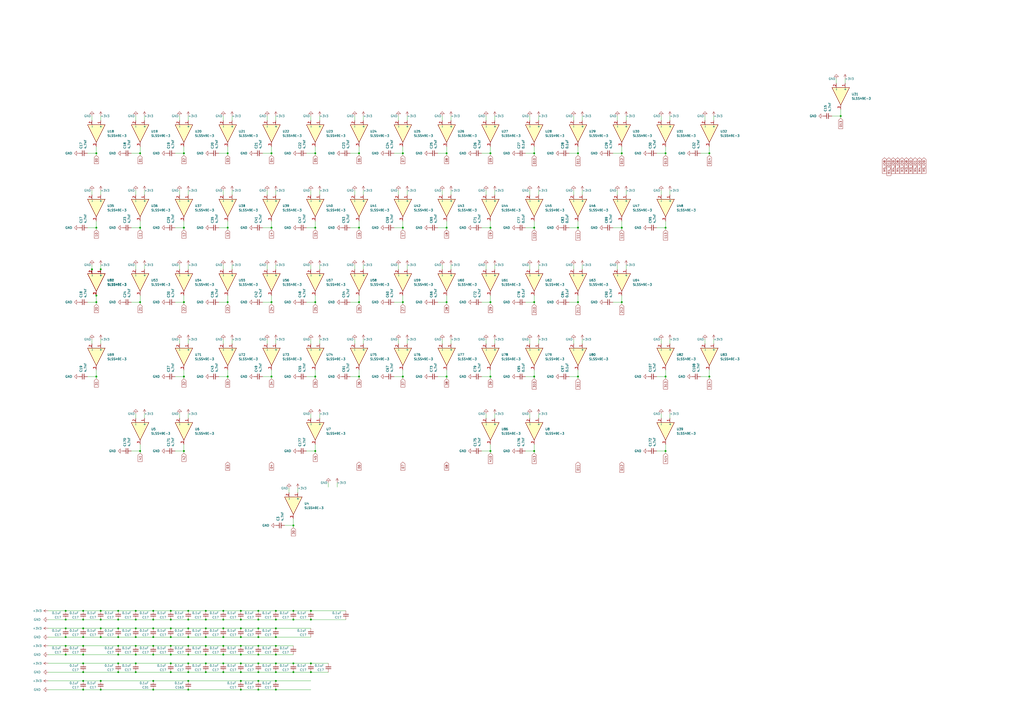
<source format=kicad_sch>
(kicad_sch (version 20231120) (generator "eeschema") (generator_version "8.0")
  (paper "A2")
  (junction (at 48.26 369.57))
  (junction (at 55.88 132.08))
  (junction (at 284.48 261.62))
  (junction (at 129.54 389.89))
  (junction (at 180.34 359.41))
  (junction (at 149.86 374.65))
  (junction (at 88.9 364.49))
  (junction (at 99.06 384.81))
  (junction (at 149.86 394.97))
  (junction (at 139.7 364.49))
  (junction (at 157.48 218.44))
  (junction (at 335.28 88.9))
  (junction (at 129.54 359.41))
  (junction (at 38.1 354.33))
  (junction (at 160.02 374.65))
  (junction (at 132.08 132.08))
  (junction (at 99.06 379.73))
  (junction (at 38.1 374.65))
  (junction (at 68.58 359.41))
  (junction (at 106.68 175.26))
  (junction (at 119.38 364.49))
  (junction (at 170.18 359.41))
  (junction (at 109.22 359.41))
  (junction (at 88.9 359.41))
  (junction (at 139.7 379.73))
  (junction (at 160.02 400.05))
  (junction (at 335.28 175.26))
  (junction (at 88.9 400.05))
  (junction (at 149.86 384.81))
  (junction (at 119.38 369.57))
  (junction (at 160.02 369.57))
  (junction (at 119.38 384.81))
  (junction (at 309.88 88.9))
  (junction (at 48.26 379.73))
  (junction (at 129.54 354.33))
  (junction (at 81.28 175.26))
  (junction (at 78.74 369.57))
  (junction (at 309.88 261.62))
  (junction (at 48.26 374.65))
  (junction (at 182.88 175.26))
  (junction (at 182.88 261.62))
  (junction (at 99.06 389.89))
  (junction (at 99.06 359.41))
  (junction (at 58.42 359.41))
  (junction (at 106.68 218.44))
  (junction (at 109.22 384.81))
  (junction (at 284.48 175.26))
  (junction (at 58.42 364.49))
  (junction (at 48.26 394.97))
  (junction (at 48.26 389.89))
  (junction (at 48.26 359.41))
  (junction (at 119.38 354.33))
  (junction (at 149.86 359.41))
  (junction (at 208.28 88.9))
  (junction (at 386.08 88.9))
  (junction (at 139.7 374.65))
  (junction (at 109.22 369.57))
  (junction (at 160.02 364.49))
  (junction (at 160.02 384.81))
  (junction (at 78.74 384.81))
  (junction (at 55.88 88.9))
  (junction (at 180.34 389.89))
  (junction (at 58.42 394.97))
  (junction (at 58.42 400.05))
  (junction (at 88.9 379.73))
  (junction (at 109.22 374.65))
  (junction (at 149.86 369.57))
  (junction (at 68.58 354.33))
  (junction (at 411.48 88.9))
  (junction (at 182.88 132.08))
  (junction (at 139.7 354.33))
  (junction (at 170.18 384.81))
  (junction (at 149.86 354.33))
  (junction (at 149.86 389.89))
  (junction (at 78.74 354.33))
  (junction (at 233.68 218.44))
  (junction (at 48.26 354.33))
  (junction (at 119.38 389.89))
  (junction (at 180.34 354.33))
  (junction (at 81.28 132.08))
  (junction (at 68.58 379.73))
  (junction (at 160.02 379.73))
  (junction (at 88.9 394.97))
  (junction (at 360.68 88.9))
  (junction (at 78.74 389.89))
  (junction (at 78.74 374.65))
  (junction (at 208.28 218.44))
  (junction (at 149.86 364.49))
  (junction (at 129.54 384.81))
  (junction (at 68.58 384.81))
  (junction (at 38.1 359.41))
  (junction (at 88.9 354.33))
  (junction (at 157.48 132.08))
  (junction (at 78.74 359.41))
  (junction (at 106.68 261.62))
  (junction (at 129.54 364.49))
  (junction (at 259.08 218.44))
  (junction (at 68.58 374.65))
  (junction (at 38.1 364.49))
  (junction (at 48.26 400.05))
  (junction (at 78.74 364.49))
  (junction (at 284.48 132.08))
  (junction (at 139.7 389.89))
  (junction (at 119.38 374.65))
  (junction (at 55.88 171.45))
  (junction (at 109.22 394.97))
  (junction (at 132.08 218.44))
  (junction (at 208.28 132.08))
  (junction (at 149.86 379.73))
  (junction (at 360.68 175.26))
  (junction (at 68.58 389.89))
  (junction (at 149.86 400.05))
  (junction (at 487.68 67.31))
  (junction (at 58.42 369.57))
  (junction (at 129.54 379.73))
  (junction (at 233.68 175.26))
  (junction (at 160.02 359.41))
  (junction (at 309.88 175.26))
  (junction (at 360.68 132.08))
  (junction (at 58.42 354.33))
  (junction (at 139.7 400.05))
  (junction (at 132.08 175.26))
  (junction (at 411.48 218.44))
  (junction (at 109.22 354.33))
  (junction (at 129.54 369.57))
  (junction (at 259.08 88.9))
  (junction (at 48.26 384.81))
  (junction (at 170.18 354.33))
  (junction (at 386.08 132.08))
  (junction (at 99.06 369.57))
  (junction (at 157.48 88.9))
  (junction (at 53.34 156.21))
  (junction (at 180.34 384.81))
  (junction (at 81.28 88.9))
  (junction (at 81.28 261.62))
  (junction (at 160.02 354.33))
  (junction (at 78.74 379.73))
  (junction (at 88.9 374.65))
  (junction (at 259.08 132.08))
  (junction (at 182.88 88.9))
  (junction (at 160.02 389.89))
  (junction (at 109.22 364.49))
  (junction (at 109.22 400.05))
  (junction (at 68.58 364.49))
  (junction (at 335.28 132.08))
  (junction (at 335.28 218.44))
  (junction (at 139.7 394.97))
  (junction (at 88.9 369.57))
  (junction (at 58.42 156.21))
  (junction (at 139.7 359.41))
  (junction (at 284.48 88.9))
  (junction (at 55.88 175.26))
  (junction (at 170.18 304.8))
  (junction (at 106.68 132.08))
  (junction (at 160.02 394.97))
  (junction (at 139.7 384.81))
  (junction (at 157.48 175.26))
  (junction (at 109.22 379.73))
  (junction (at 99.06 364.49))
  (junction (at 139.7 369.57))
  (junction (at 106.68 88.9))
  (junction (at 55.88 218.44))
  (junction (at 38.1 369.57))
  (junction (at 284.48 218.44))
  (junction (at 259.08 175.26))
  (junction (at 38.1 379.73))
  (junction (at 208.28 175.26))
  (junction (at 119.38 359.41))
  (junction (at 109.22 389.89))
  (junction (at 182.88 218.44))
  (junction (at 309.88 218.44))
  (junction (at 386.08 261.62))
  (junction (at 129.54 374.65))
  (junction (at 309.88 132.08))
  (junction (at 233.68 88.9))
  (junction (at 48.26 364.49))
  (junction (at 68.58 369.57))
  (junction (at 386.08 218.44))
  (junction (at 119.38 379.73))
  (junction (at 233.68 132.08))
  (junction (at 170.18 389.89))
  (junction (at 99.06 354.33))
  (junction (at 99.06 374.65))
  (junction (at 132.08 88.9))
  (wire (pts (xy 284.48 261.62) (xy 284.48 262.89)))
  (wire (pts (xy 101.6 132.08) (xy 106.68 132.08)))
  (wire (pts (xy 134.62 196.85) (xy 134.62 199.39)))
  (wire (pts (xy 177.8 218.44) (xy 182.88 218.44)))
  (wire (pts (xy 261.62 67.31) (xy 261.62 69.85)))
  (wire (pts (xy 129.54 67.31) (xy 129.54 69.85)))
  (wire (pts (xy 256.54 110.49) (xy 256.54 113.03)))
  (wire (pts (xy 261.62 196.85) (xy 261.62 199.39)))
  (wire (pts (xy 284.48 132.08) (xy 284.48 133.35)))
  (wire (pts (xy 149.86 400.05) (xy 160.02 400.05)))
  (wire (pts (xy 210.82 110.49) (xy 210.82 113.03)))
  (wire (pts (xy 408.94 67.31) (xy 408.94 69.85)))
  (wire (pts (xy 48.26 359.41) (xy 58.42 359.41)))
  (wire (pts (xy 259.08 132.08) (xy 259.08 133.35)))
  (wire (pts (xy 195.58 280.035) (xy 195.58 282.575)))
  (wire (pts (xy 185.42 110.49) (xy 185.42 113.03)))
  (wire (pts (xy 182.88 218.44) (xy 182.88 219.71)))
  (wire (pts (xy 157.48 171.45) (xy 157.48 175.26)))
  (wire (pts (xy 182.88 175.26) (xy 182.88 176.53)))
  (wire (pts (xy 48.26 379.73) (xy 68.58 379.73)))
  (wire (pts (xy 149.86 394.97) (xy 160.02 394.97)))
  (wire (pts (xy 360.68 132.08) (xy 360.68 133.35)))
  (wire (pts (xy 76.2 261.62) (xy 81.28 261.62)))
  (wire (pts (xy 386.08 132.08) (xy 386.08 133.35)))
  (wire (pts (xy 129.54 153.67) (xy 129.54 156.21)))
  (wire (pts (xy 48.26 354.33) (xy 58.42 354.33)))
  (wire (pts (xy 363.22 153.67) (xy 363.22 156.21)))
  (wire (pts (xy 261.62 110.49) (xy 261.62 113.03)))
  (wire (pts (xy 68.58 369.57) (xy 78.74 369.57)))
  (wire (pts (xy 109.22 153.67) (xy 109.22 156.21)))
  (wire (pts (xy 101.6 175.26) (xy 106.68 175.26)))
  (wire (pts (xy 129.54 364.49) (xy 139.7 364.49)))
  (wire (pts (xy 109.22 67.31) (xy 109.22 69.85)))
  (wire (pts (xy 177.8 88.9) (xy 182.88 88.9)))
  (wire (pts (xy 180.34 240.03) (xy 180.34 242.57)))
  (wire (pts (xy 50.8 175.26) (xy 55.88 175.26)))
  (wire (pts (xy 109.22 359.41) (xy 119.38 359.41)))
  (wire (pts (xy 233.68 88.9) (xy 233.68 90.17)))
  (wire (pts (xy 55.88 85.09) (xy 55.88 88.9)))
  (wire (pts (xy 139.7 384.81) (xy 149.86 384.81)))
  (wire (pts (xy 119.38 379.73) (xy 129.54 379.73)))
  (wire (pts (xy 284.48 214.63) (xy 284.48 218.44)))
  (wire (pts (xy 254 132.08) (xy 259.08 132.08)))
  (wire (pts (xy 109.22 374.65) (xy 119.38 374.65)))
  (wire (pts (xy 106.68 88.9) (xy 106.68 90.17)))
  (wire (pts (xy 287.02 153.67) (xy 287.02 156.21)))
  (wire (pts (xy 129.54 374.65) (xy 139.7 374.65)))
  (wire (pts (xy 106.68 171.45) (xy 106.68 175.26)))
  (wire (pts (xy 203.2 132.08) (xy 208.28 132.08)))
  (wire (pts (xy 330.2 132.08) (xy 335.28 132.08)))
  (wire (pts (xy 99.06 364.49) (xy 109.22 364.49)))
  (wire (pts (xy 256.54 67.31) (xy 256.54 69.85)))
  (wire (pts (xy 132.08 171.45) (xy 132.08 175.26)))
  (wire (pts (xy 104.14 196.85) (xy 104.14 199.39)))
  (wire (pts (xy 134.62 110.49) (xy 134.62 113.03)))
  (wire (pts (xy 88.9 369.57) (xy 99.06 369.57)))
  (wire (pts (xy 180.34 359.41) (xy 200.66 359.41)))
  (wire (pts (xy 182.88 88.9) (xy 182.88 90.17)))
  (wire (pts (xy 487.68 63.5) (xy 487.68 67.31)))
  (wire (pts (xy 485.14 45.72) (xy 485.14 48.26)))
  (wire (pts (xy 411.48 214.63) (xy 411.48 218.44)))
  (wire (pts (xy 81.28 261.62) (xy 81.28 262.89)))
  (wire (pts (xy 27.94 379.73) (xy 38.1 379.73)))
  (wire (pts (xy 134.62 153.67) (xy 134.62 156.21)))
  (wire (pts (xy 337.82 153.67) (xy 337.82 156.21)))
  (wire (pts (xy 58.42 110.49) (xy 58.42 113.03)))
  (wire (pts (xy 335.28 128.27) (xy 335.28 132.08)))
  (wire (pts (xy 490.22 45.72) (xy 490.22 48.26)))
  (wire (pts (xy 88.9 379.73) (xy 99.06 379.73)))
  (wire (pts (xy 152.4 218.44) (xy 157.48 218.44)))
  (wire (pts (xy 180.34 67.31) (xy 180.34 69.85)))
  (wire (pts (xy 160.02 400.05) (xy 180.34 400.05)))
  (wire (pts (xy 78.74 354.33) (xy 88.9 354.33)))
  (wire (pts (xy 38.1 369.57) (xy 48.26 369.57)))
  (wire (pts (xy 88.9 374.65) (xy 99.06 374.65)))
  (wire (pts (xy 236.22 196.85) (xy 236.22 199.39)))
  (wire (pts (xy 68.58 379.73) (xy 78.74 379.73)))
  (wire (pts (xy 160.02 196.85) (xy 160.02 199.39)))
  (wire (pts (xy 129.54 359.41) (xy 139.7 359.41)))
  (wire (pts (xy 383.54 67.31) (xy 383.54 69.85)))
  (wire (pts (xy 27.94 369.57) (xy 38.1 369.57)))
  (wire (pts (xy 182.88 261.62) (xy 182.88 262.89)))
  (wire (pts (xy 180.34 389.89) (xy 190.5 389.89)))
  (wire (pts (xy 180.34 196.85) (xy 180.34 199.39)))
  (wire (pts (xy 139.7 359.41) (xy 149.86 359.41)))
  (wire (pts (xy 157.48 218.44) (xy 157.48 219.71)))
  (wire (pts (xy 388.62 110.49) (xy 388.62 113.03)))
  (wire (pts (xy 386.08 214.63) (xy 386.08 218.44)))
  (wire (pts (xy 157.48 132.08) (xy 157.48 133.35)))
  (wire (pts (xy 53.34 196.85) (xy 53.34 199.39)))
  (wire (pts (xy 279.4 175.26) (xy 284.48 175.26)))
  (wire (pts (xy 284.48 175.26) (xy 284.48 176.53)))
  (wire (pts (xy 381 132.08) (xy 386.08 132.08)))
  (wire (pts (xy 160.02 153.67) (xy 160.02 156.21)))
  (wire (pts (xy 88.9 394.97) (xy 109.22 394.97)))
  (wire (pts (xy 58.42 394.97) (xy 88.9 394.97)))
  (wire (pts (xy 119.38 364.49) (xy 129.54 364.49)))
  (wire (pts (xy 132.08 128.27) (xy 132.08 132.08)))
  (wire (pts (xy 182.88 128.27) (xy 182.88 132.08)))
  (wire (pts (xy 132.08 88.9) (xy 132.08 90.17)))
  (wire (pts (xy 127 218.44) (xy 132.08 218.44)))
  (wire (pts (xy 58.42 67.31) (xy 58.42 69.85)))
  (wire (pts (xy 304.8 261.62) (xy 309.88 261.62)))
  (wire (pts (xy 254 88.9) (xy 259.08 88.9)))
  (wire (pts (xy 236.22 110.49) (xy 236.22 113.03)))
  (wire (pts (xy 38.1 359.41) (xy 48.26 359.41)))
  (wire (pts (xy 58.42 369.57) (xy 68.58 369.57)))
  (wire (pts (xy 78.74 374.65) (xy 88.9 374.65)))
  (wire (pts (xy 386.08 85.09) (xy 386.08 88.9)))
  (wire (pts (xy 360.68 88.9) (xy 360.68 90.17)))
  (wire (pts (xy 48.26 400.05) (xy 58.42 400.05)))
  (wire (pts (xy 284.48 218.44) (xy 284.48 219.71)))
  (wire (pts (xy 208.28 218.44) (xy 208.28 219.71)))
  (wire (pts (xy 78.74 67.31) (xy 78.74 69.85)))
  (wire (pts (xy 134.62 67.31) (xy 134.62 69.85)))
  (wire (pts (xy 208.28 171.45) (xy 208.28 175.26)))
  (wire (pts (xy 129.54 379.73) (xy 139.7 379.73)))
  (wire (pts (xy 287.02 196.85) (xy 287.02 199.39)))
  (wire (pts (xy 109.22 369.57) (xy 119.38 369.57)))
  (wire (pts (xy 335.28 214.63) (xy 335.28 218.44)))
  (wire (pts (xy 149.86 374.65) (xy 160.02 374.65)))
  (wire (pts (xy 279.4 88.9) (xy 284.48 88.9)))
  (wire (pts (xy 386.08 128.27) (xy 386.08 132.08)))
  (wire (pts (xy 208.28 85.09) (xy 208.28 88.9)))
  (wire (pts (xy 55.88 128.27) (xy 55.88 132.08)))
  (wire (pts (xy 231.14 153.67) (xy 231.14 156.21)))
  (wire (pts (xy 381 261.62) (xy 386.08 261.62)))
  (wire (pts (xy 287.02 240.03) (xy 287.02 242.57)))
  (wire (pts (xy 104.14 67.31) (xy 104.14 69.85)))
  (wire (pts (xy 170.18 304.8) (xy 170.18 306.07)))
  (wire (pts (xy 330.2 88.9) (xy 335.28 88.9)))
  (wire (pts (xy 109.22 354.33) (xy 119.38 354.33)))
  (wire (pts (xy 55.88 171.45) (xy 55.88 175.26)))
  (wire (pts (xy 106.68 85.09) (xy 106.68 88.9)))
  (wire (pts (xy 109.22 110.49) (xy 109.22 113.03)))
  (wire (pts (xy 68.58 359.41) (xy 78.74 359.41)))
  (wire (pts (xy 233.68 132.08) (xy 233.68 133.35)))
  (wire (pts (xy 160.02 354.33) (xy 170.18 354.33)))
  (wire (pts (xy 81.28 85.09) (xy 81.28 88.9)))
  (wire (pts (xy 284.48 85.09) (xy 284.48 88.9)))
  (wire (pts (xy 185.42 67.31) (xy 185.42 69.85)))
  (wire (pts (xy 170.18 384.81) (xy 180.34 384.81)))
  (wire (pts (xy 180.34 354.33) (xy 200.66 354.33)))
  (wire (pts (xy 106.68 218.44) (xy 106.68 219.71)))
  (wire (pts (xy 119.38 384.81) (xy 129.54 384.81)))
  (wire (pts (xy 38.1 364.49) (xy 48.26 364.49)))
  (wire (pts (xy 170.18 300.99) (xy 170.18 304.8)))
  (wire (pts (xy 50.8 88.9) (xy 55.88 88.9)))
  (wire (pts (xy 259.08 88.9) (xy 259.08 90.17)))
  (wire (pts (xy 99.06 359.41) (xy 109.22 359.41)))
  (wire (pts (xy 83.82 67.31) (xy 83.82 69.85)))
  (wire (pts (xy 381 88.9) (xy 386.08 88.9)))
  (wire (pts (xy 27.94 400.05) (xy 48.26 400.05)))
  (wire (pts (xy 177.8 132.08) (xy 182.88 132.08)))
  (wire (pts (xy 81.28 128.27) (xy 81.28 132.08)))
  (wire (pts (xy 208.28 175.26) (xy 208.28 176.53)))
  (wire (pts (xy 309.88 175.26) (xy 309.88 176.53)))
  (wire (pts (xy 254 175.26) (xy 259.08 175.26)))
  (wire (pts (xy 101.6 261.62) (xy 106.68 261.62)))
  (wire (pts (xy 99.06 354.33) (xy 109.22 354.33)))
  (wire (pts (xy 119.38 369.57) (xy 129.54 369.57)))
  (wire (pts (xy 99.06 379.73) (xy 109.22 379.73)))
  (wire (pts (xy 182.88 214.63) (xy 182.88 218.44)))
  (wire (pts (xy 335.28 175.26) (xy 335.28 176.53)))
  (wire (pts (xy 233.68 214.63) (xy 233.68 218.44)))
  (wire (pts (xy 104.14 110.49) (xy 104.14 113.03)))
  (wire (pts (xy 309.88 171.45) (xy 309.88 175.26)))
  (wire (pts (xy 38.1 379.73) (xy 48.26 379.73)))
  (wire (pts (xy 388.62 196.85) (xy 388.62 199.39)))
  (wire (pts (xy 78.74 240.03) (xy 78.74 242.57)))
  (wire (pts (xy 139.7 364.49) (xy 149.86 364.49)))
  (wire (pts (xy 160.02 110.49) (xy 160.02 113.03)))
  (wire (pts (xy 154.94 153.67) (xy 154.94 156.21)))
  (wire (pts (xy 358.14 153.67) (xy 358.14 156.21)))
  (wire (pts (xy 50.8 218.44) (xy 55.88 218.44)))
  (wire (pts (xy 208.28 88.9) (xy 208.28 90.17)))
  (wire (pts (xy 337.82 196.85) (xy 337.82 199.39)))
  (wire (pts (xy 411.48 218.44) (xy 411.48 219.71)))
  (wire (pts (xy 386.08 218.44) (xy 386.08 219.71)))
  (wire (pts (xy 228.6 132.08) (xy 233.68 132.08)))
  (wire (pts (xy 205.74 110.49) (xy 205.74 113.03)))
  (wire (pts (xy 304.8 88.9) (xy 309.88 88.9)))
  (wire (pts (xy 132.08 132.08) (xy 132.08 133.35)))
  (wire (pts (xy 360.68 171.45) (xy 360.68 175.26)))
  (wire (pts (xy 281.94 240.03) (xy 281.94 242.57)))
  (wire (pts (xy 208.28 128.27) (xy 208.28 132.08)))
  (wire (pts (xy 48.26 369.57) (xy 58.42 369.57)))
  (wire (pts (xy 210.82 67.31) (xy 210.82 69.85)))
  (wire (pts (xy 231.14 196.85) (xy 231.14 199.39)))
  (wire (pts (xy 129.54 369.57) (xy 139.7 369.57)))
  (wire (pts (xy 55.88 214.63) (xy 55.88 218.44)))
  (wire (pts (xy 139.7 389.89) (xy 149.86 389.89)))
  (wire (pts (xy 406.4 88.9) (xy 411.48 88.9)))
  (wire (pts (xy 388.62 67.31) (xy 388.62 69.85)))
  (wire (pts (xy 309.88 132.08) (xy 309.88 133.35)))
  (wire (pts (xy 99.06 374.65) (xy 109.22 374.65)))
  (wire (pts (xy 309.88 218.44) (xy 309.88 219.71)))
  (wire (pts (xy 388.62 240.03) (xy 388.62 242.57)))
  (wire (pts (xy 309.88 128.27) (xy 309.88 132.08)))
  (wire (pts (xy 81.28 175.26) (xy 81.28 176.53)))
  (wire (pts (xy 83.82 110.49) (xy 83.82 113.03)))
  (wire (pts (xy 259.08 218.44) (xy 259.08 219.71)))
  (wire (pts (xy 170.18 389.89) (xy 180.34 389.89)))
  (wire (pts (xy 358.14 67.31) (xy 358.14 69.85)))
  (wire (pts (xy 152.4 175.26) (xy 157.48 175.26)))
  (wire (pts (xy 149.86 384.81) (xy 160.02 384.81)))
  (wire (pts (xy 127 175.26) (xy 132.08 175.26)))
  (wire (pts (xy 307.34 196.85) (xy 307.34 199.39)))
  (wire (pts (xy 312.42 196.85) (xy 312.42 199.39)))
  (wire (pts (xy 482.6 67.31) (xy 487.68 67.31)))
  (wire (pts (xy 312.42 110.49) (xy 312.42 113.03)))
  (wire (pts (xy 309.88 261.62) (xy 309.88 262.89)))
  (wire (pts (xy 58.42 196.85) (xy 58.42 199.39)))
  (wire (pts (xy 149.86 359.41) (xy 160.02 359.41)))
  (wire (pts (xy 309.88 257.81) (xy 309.88 261.62)))
  (wire (pts (xy 106.68 261.62) (xy 106.68 262.89)))
  (wire (pts (xy 335.28 171.45) (xy 335.28 175.26)))
  (wire (pts (xy 312.42 240.03) (xy 312.42 242.57)))
  (wire (pts (xy 78.74 359.41) (xy 88.9 359.41)))
  (wire (pts (xy 78.74 369.57) (xy 88.9 369.57)))
  (wire (pts (xy 157.48 214.63) (xy 157.48 218.44)))
  (wire (pts (xy 261.62 153.67) (xy 261.62 156.21)))
  (wire (pts (xy 203.2 175.26) (xy 208.28 175.26)))
  (wire (pts (xy 332.74 110.49) (xy 332.74 113.03)))
  (wire (pts (xy 58.42 400.05) (xy 88.9 400.05)))
  (wire (pts (xy 78.74 384.81) (xy 99.06 384.81)))
  (wire (pts (xy 38.1 374.65) (xy 48.26 374.65)))
  (wire (pts (xy 48.26 364.49) (xy 58.42 364.49)))
  (wire (pts (xy 177.8 261.62) (xy 182.88 261.62)))
  (wire (pts (xy 157.48 85.09) (xy 157.48 88.9)))
  (wire (pts (xy 386.08 261.62) (xy 386.08 262.89)))
  (wire (pts (xy 149.86 354.33) (xy 160.02 354.33)))
  (wire (pts (xy 160.02 394.97) (xy 180.34 394.97)))
  (wire (pts (xy 360.68 128.27) (xy 360.68 132.08)))
  (wire (pts (xy 281.94 110.49) (xy 281.94 113.03)))
  (wire (pts (xy 208.28 132.08) (xy 208.28 133.35)))
  (wire (pts (xy 48.26 394.97) (xy 58.42 394.97)))
  (wire (pts (xy 414.02 196.85) (xy 414.02 199.39)))
  (wire (pts (xy 279.4 261.62) (xy 284.48 261.62)))
  (wire (pts (xy 58.42 359.41) (xy 68.58 359.41)))
  (wire (pts (xy 154.94 110.49) (xy 154.94 113.03)))
  (wire (pts (xy 149.86 379.73) (xy 160.02 379.73)))
  (wire (pts (xy 78.74 364.49) (xy 88.9 364.49)))
  (wire (pts (xy 160.02 359.41) (xy 170.18 359.41)))
  (wire (pts (xy 256.54 153.67) (xy 256.54 156.21)))
  (wire (pts (xy 307.34 110.49) (xy 307.34 113.03)))
  (wire (pts (xy 332.74 67.31) (xy 332.74 69.85)))
  (wire (pts (xy 281.94 153.67) (xy 281.94 156.21)))
  (wire (pts (xy 233.68 85.09) (xy 233.68 88.9)))
  (wire (pts (xy 360.68 175.26) (xy 360.68 176.53)))
  (wire (pts (xy 182.88 132.08) (xy 182.88 133.35)))
  (wire (pts (xy 139.7 354.33) (xy 149.86 354.33)))
  (wire (pts (xy 182.88 171.45) (xy 182.88 175.26)))
  (wire (pts (xy 154.94 196.85) (xy 154.94 199.39)))
  (wire (pts (xy 287.02 110.49) (xy 287.02 113.03)))
  (wire (pts (xy 355.6 88.9) (xy 360.68 88.9)))
  (wire (pts (xy 129.54 110.49) (xy 129.54 113.03)))
  (wire (pts (xy 281.94 196.85) (xy 281.94 199.39)))
  (wire (pts (xy 154.94 67.31) (xy 154.94 69.85)))
  (wire (pts (xy 139.7 374.65) (xy 149.86 374.65)))
  (wire (pts (xy 109.22 384.81) (xy 119.38 384.81)))
  (wire (pts (xy 68.58 389.89) (xy 78.74 389.89)))
  (wire (pts (xy 231.14 110.49) (xy 231.14 113.03)))
  (wire (pts (xy 332.74 196.85) (xy 332.74 199.39)))
  (wire (pts (xy 160.02 364.49) (xy 180.34 364.49)))
  (wire (pts (xy 210.82 153.67) (xy 210.82 156.21)))
  (wire (pts (xy 386.08 257.81) (xy 386.08 261.62)))
  (wire (pts (xy 78.74 153.67) (xy 78.74 156.21)))
  (wire (pts (xy 307.34 153.67) (xy 307.34 156.21)))
  (wire (pts (xy 309.88 214.63) (xy 309.88 218.44)))
  (wire (pts (xy 335.28 85.09) (xy 335.28 88.9)))
  (wire (pts (xy 236.22 153.67) (xy 236.22 156.21)))
  (wire (pts (xy 307.34 240.03) (xy 307.34 242.57)))
  (wire (pts (xy 335.28 218.44) (xy 335.28 219.71)))
  (wire (pts (xy 337.82 67.31) (xy 337.82 69.85)))
  (wire (pts (xy 363.22 110.49) (xy 363.22 113.03)))
  (wire (pts (xy 408.94 196.85) (xy 408.94 199.39)))
  (wire (pts (xy 190.5 280.035) (xy 190.5 282.575)))
  (wire (pts (xy 83.82 240.03) (xy 83.82 242.57)))
  (wire (pts (xy 312.42 153.67) (xy 312.42 156.21)))
  (wire (pts (xy 383.54 196.85) (xy 383.54 199.39)))
  (wire (pts (xy 27.94 364.49) (xy 38.1 364.49)))
  (wire (pts (xy 55.88 132.08) (xy 55.88 133.35)))
  (wire (pts (xy 76.2 175.26) (xy 81.28 175.26)))
  (wire (pts (xy 53.34 67.31) (xy 53.34 69.85)))
  (wire (pts (xy 88.9 364.49) (xy 99.06 364.49)))
  (wire (pts (xy 180.34 153.67) (xy 180.34 156.21)))
  (wire (pts (xy 129.54 389.89) (xy 139.7 389.89)))
  (wire (pts (xy 27.94 374.65) (xy 38.1 374.65)))
  (wire (pts (xy 383.54 110.49) (xy 383.54 113.03)))
  (wire (pts (xy 38.1 354.33) (xy 48.26 354.33)))
  (wire (pts (xy 132.08 85.09) (xy 132.08 88.9)))
  (wire (pts (xy 101.6 88.9) (xy 106.68 88.9)))
  (wire (pts (xy 78.74 110.49) (xy 78.74 113.03)))
  (wire (pts (xy 182.88 257.81) (xy 182.88 261.62)))
  (wire (pts (xy 109.22 394.97) (xy 139.7 394.97)))
  (wire (pts (xy 233.68 218.44) (xy 233.68 219.71)))
  (wire (pts (xy 231.14 67.31) (xy 231.14 69.85)))
  (wire (pts (xy 132.08 214.63) (xy 132.08 218.44)))
  (wire (pts (xy 259.08 214.63) (xy 259.08 218.44)))
  (wire (pts (xy 99.06 389.89) (xy 109.22 389.89)))
  (wire (pts (xy 172.72 283.21) (xy 172.72 285.75)))
  (wire (pts (xy 360.68 85.09) (xy 360.68 88.9)))
  (wire (pts (xy 53.34 153.67) (xy 53.34 156.21)))
  (wire (pts (xy 383.54 240.03) (xy 383.54 242.57)))
  (wire (pts (xy 119.38 359.41) (xy 129.54 359.41)))
  (wire (pts (xy 411.48 85.09) (xy 411.48 88.9)))
  (wire (pts (xy 109.22 400.05) (xy 139.7 400.05)))
  (wire (pts (xy 279.4 218.44) (xy 284.48 218.44)))
  (wire (pts (xy 180.34 110.49) (xy 180.34 113.03)))
  (wire (pts (xy 88.9 354.33) (xy 99.06 354.33)))
  (wire (pts (xy 81.28 132.08) (xy 81.28 133.35)))
  (wire (pts (xy 281.94 67.31) (xy 281.94 69.85)))
  (wire (pts (xy 109.22 379.73) (xy 119.38 379.73)))
  (wire (pts (xy 106.68 257.81) (xy 106.68 261.62)))
  (wire (pts (xy 68.58 384.81) (xy 78.74 384.81)))
  (wire (pts (xy 330.2 218.44) (xy 335.28 218.44)))
  (wire (pts (xy 411.48 88.9) (xy 411.48 90.17)))
  (wire (pts (xy 309.88 88.9) (xy 309.88 90.17)))
  (wire (pts (xy 304.8 218.44) (xy 309.88 218.44)))
  (wire (pts (xy 50.8 132.08) (xy 55.88 132.08)))
  (wire (pts (xy 81.28 257.81) (xy 81.28 261.62)))
  (wire (pts (xy 58.42 153.67) (xy 58.42 156.21)))
  (wire (pts (xy 55.88 175.26) (xy 55.88 176.53)))
  (wire (pts (xy 284.48 171.45) (xy 284.48 175.26)))
  (wire (pts (xy 55.88 88.9) (xy 55.88 90.17)))
  (wire (pts (xy 185.42 240.03) (xy 185.42 242.57)))
  (wire (pts (xy 106.68 214.63) (xy 106.68 218.44)))
  (wire (pts (xy 304.8 132.08) (xy 309.88 132.08)))
  (wire (pts (xy 330.2 175.26) (xy 335.28 175.26)))
  (wire (pts (xy 309.88 85.09) (xy 309.88 88.9)))
  (wire (pts (xy 27.94 354.33) (xy 38.1 354.33)))
  (wire (pts (xy 76.2 88.9) (xy 81.28 88.9)))
  (wire (pts (xy 363.22 67.31) (xy 363.22 69.85)))
  (wire (pts (xy 139.7 394.97) (xy 149.86 394.97)))
  (wire (pts (xy 177.8 175.26) (xy 182.88 175.26)))
  (wire (pts (xy 104.14 153.67) (xy 104.14 156.21)))
  (wire (pts (xy 259.08 171.45) (xy 259.08 175.26)))
  (wire (pts (xy 106.68 128.27) (xy 106.68 132.08)))
  (wire (pts (xy 99.06 369.57) (xy 109.22 369.57)))
  (wire (pts (xy 256.54 196.85) (xy 256.54 199.39)))
  (wire (pts (xy 149.86 369.57) (xy 160.02 369.57)))
  (wire (pts (xy 180.34 384.81) (xy 190.5 384.81)))
  (wire (pts (xy 210.82 196.85) (xy 210.82 199.39)))
  (wire (pts (xy 259.08 85.09) (xy 259.08 88.9)))
  (wire (pts (xy 48.26 384.81) (xy 68.58 384.81)))
  (wire (pts (xy 160.02 379.73) (xy 170.18 379.73)))
  (wire (pts (xy 182.88 85.09) (xy 182.88 88.9)))
  (wire (pts (xy 205.74 196.85) (xy 205.74 199.39)))
  (wire (pts (xy 88.9 359.41) (xy 99.06 359.41)))
  (wire (pts (xy 170.18 354.33) (xy 180.34 354.33)))
  (wire (pts (xy 160.02 384.81) (xy 170.18 384.81)))
  (wire (pts (xy 284.48 128.27) (xy 284.48 132.08)))
  (wire (pts (xy 160.02 369.57) (xy 180.34 369.57)))
  (wire (pts (xy 139.7 379.73) (xy 149.86 379.73)))
  (wire (pts (xy 106.68 132.08) (xy 106.68 133.35)))
  (wire (pts (xy 335.28 88.9) (xy 335.28 90.17)))
  (wire (pts (xy 157.48 175.26) (xy 157.48 176.53)))
  (wire (pts (xy 236.22 67.31) (xy 236.22 69.85)))
  (wire (pts (xy 358.14 110.49) (xy 358.14 113.03)))
  (wire (pts (xy 55.88 218.44) (xy 55.88 219.71)))
  (wire (pts (xy 27.94 384.81) (xy 48.26 384.81)))
  (wire (pts (xy 205.74 67.31) (xy 205.74 69.85)))
  (wire (pts (xy 129.54 384.81) (xy 139.7 384.81)))
  (wire (pts (xy 279.4 132.08) (xy 284.48 132.08)))
  (wire (pts (xy 104.14 240.03) (xy 104.14 242.57)))
  (wire (pts (xy 304.8 175.26) (xy 309.88 175.26)))
  (wire (pts (xy 228.6 175.26) (xy 233.68 175.26)))
  (wire (pts (xy 386.08 88.9) (xy 386.08 90.17)))
  (wire (pts (xy 76.2 132.08) (xy 81.28 132.08)))
  (wire (pts (xy 233.68 175.26) (xy 233.68 176.53)))
  (wire (pts (xy 254 218.44) (xy 259.08 218.44)))
  (wire (pts (xy 106.68 175.26) (xy 106.68 176.53)))
  (wire (pts (xy 119.38 389.89) (xy 129.54 389.89)))
  (wire (pts (xy 27.94 389.89) (xy 48.26 389.89)))
  (wire (pts (xy 487.68 67.31) (xy 487.68 68.58)))
  (wire (pts (xy 337.82 110.49) (xy 337.82 113.03)))
  (wire (pts (xy 139.7 400.05) (xy 149.86 400.05)))
  (wire (pts (xy 355.6 132.08) (xy 360.68 132.08)))
  (wire (pts (xy 170.18 359.41) (xy 180.34 359.41)))
  (wire (pts (xy 208.28 214.63) (xy 208.28 218.44)))
  (wire (pts (xy 101.6 218.44) (xy 106.68 218.44)))
  (wire (pts (xy 68.58 364.49) (xy 78.74 364.49)))
  (wire (pts (xy 109.22 364.49) (xy 119.38 364.49)))
  (wire (pts (xy 48.26 374.65) (xy 68.58 374.65)))
  (wire (pts (xy 109.22 389.89) (xy 119.38 389.89)))
  (wire (pts (xy 53.34 110.49) (xy 53.34 113.03)))
  (wire (pts (xy 205.74 153.67) (xy 205.74 156.21)))
  (wire (pts (xy 27.94 359.41) (xy 38.1 359.41)))
  (wire (pts (xy 88.9 400.05) (xy 109.22 400.05)))
  (wire (pts (xy 27.94 394.97) (xy 48.26 394.97)))
  (wire (pts (xy 259.08 175.26) (xy 259.08 176.53)))
  (wire (pts (xy 160.02 389.89) (xy 170.18 389.89)))
  (wire (pts (xy 157.48 88.9) (xy 157.48 90.17)))
  (wire (pts (xy 132.08 175.26) (xy 132.08 176.53)))
  (wire (pts (xy 307.34 67.31) (xy 307.34 69.85)))
  (wire (pts (xy 129.54 196.85) (xy 129.54 199.39)))
  (wire (pts (xy 157.48 128.27) (xy 157.48 132.08)))
  (wire (pts (xy 284.48 88.9) (xy 284.48 90.17)))
  (wire (pts (xy 228.6 218.44) (xy 233.68 218.44)))
  (wire (pts (xy 332.74 153.67) (xy 332.74 156.21)))
  (wire (pts (xy 78.74 379.73) (xy 88.9 379.73)))
  (wire (pts (xy 78.74 389.89) (xy 99.06 389.89)))
  (wire (pts (xy 127 88.9) (xy 132.08 88.9)))
  (wire (pts (xy 83.82 153.67) (xy 83.82 156.21)))
  (wire (pts (xy 152.4 88.9) (xy 157.48 88.9)))
  (wire (pts (xy 167.64 283.21) (xy 167.64 285.75)))
  (wire (pts (xy 127 132.08) (xy 132.08 132.08)))
  (wire (pts (xy 233.68 128.27) (xy 233.68 132.08)))
  (wire (pts (xy 312.42 67.31) (xy 312.42 69.85)))
  (wire (pts (xy 185.42 196.85) (xy 185.42 199.39)))
  (wire (pts (xy 406.4 218.44) (xy 411.48 218.44)))
  (wire (pts (xy 48.26 389.89) (xy 68.58 389.89)))
  (wire (pts (xy 58.42 354.33) (xy 68.58 354.33)))
  (wire (pts (xy 233.68 171.45) (xy 233.68 175.26)))
  (wire (pts (xy 109.22 196.85) (xy 109.22 199.39)))
  (wire (pts (xy 160.02 374.65) (xy 170.18 374.65)))
  (wire (pts (xy 81.28 88.9) (xy 81.28 90.17)))
  (wire (pts (xy 152.4 132.08) (xy 157.48 132.08)))
  (wire (pts (xy 203.2 218.44) (xy 208.28 218.44)))
  (wire (pts (xy 58.42 364.49) (xy 68.58 364.49)))
  (wire (pts (xy 68.58 354.33) (xy 78.74 354.33)))
  (wire (pts (xy 287.02 67.31) (xy 287.02 69.85)))
  (wire (pts (xy 109.22 240.03) (xy 109.22 242.57)))
  (wire (pts (xy 284.48 257.81) (xy 284.48 261.62)))
  (wire (pts (xy 149.86 364.49) (xy 160.02 364.49)))
  (wire (pts (xy 355.6 175.26) (xy 360.68 175.26)))
  (wire (pts (xy 203.2 88.9) (xy 208.28 88.9)))
  (wire (pts (xy 160.02 67.31) (xy 160.02 69.85)))
  (wire (pts (xy 165.1 304.8) (xy 170.18 304.8)))
  (wire (pts (xy 99.06 384.81) (xy 109.22 384.81)))
  (wire (pts (xy 149.86 389.89) (xy 160.02 389.89)))
  (wire (pts (xy 119.38 354.33) (xy 129.54 354.33)))
  (wire (pts (xy 129.54 354.33) (xy 139.7 354.33)))
  (wire (pts (xy 259.08 128.27) (xy 259.08 132.08)))
  (wire (pts (xy 381 218.44) (xy 386.08 218.44)))
  (wire (pts (xy 119.38 374.65) (xy 129.54 374.65)))
  (wire (pts (xy 132.08 218.44) (xy 132.08 219.71)))
  (wire (pts (xy 81.28 171.45) (xy 81.28 175.26)))
  (wire (pts (xy 228.6 88.9) (xy 233.68 88.9)))
  (wire (pts (xy 68.58 374.65) (xy 78.74 374.65)))
  (wire (pts (xy 139.7 369.57) (xy 149.86 369.57)))
  (wire (pts (xy 335.28 132.08) (xy 335.28 133.35)))
  (wire (pts (xy 185.42 153.67) (xy 185.42 156.21)))
  (wire (pts (xy 414.02 67.31) (xy 414.02 69.85)))
  (global_label "25" (shape input) (at 182.88 176.53 270) (property "Intersheetrefs" "${INTERSHEET_REFS}" (effects (hide yes))))
  (global_label "013" (shape input) (at 386.08 90.17 270) (property "Intersheetrefs" "${INTERSHEET_REFS}" (effects (hide yes))))
  (global_label "29" (shape input) (at 284.48 176.53 270) (property "Intersheetrefs" "${INTERSHEET_REFS}" (effects (hide yes))))
  (global_label "34" (shape input) (at 157.48 219.71 270) (property "Intersheetrefs" "${INTERSHEET_REFS}" (effects (hide yes))))
  (global_label "13" (shape input) (at 132.08 133.35 270) (property "Intersheetrefs" "${INTERSHEET_REFS}" (effects (hide yes))))
  (global_label "01" (shape input) (at 81.28 90.17 270) (property "Intersheetrefs" "${INTERSHEET_REFS}" (effects (hide yes))))
  (global_label "42" (shape input) (at 106.68 262.89 270) (property "Intersheetrefs" "${INTERSHEET_REFS}" (effects (hide yes))))
  (global_label "M4_IO9" (shape input) (at 518.16 91.44 270) (property "Intersheetrefs" "${INTERSHEET_REFS}" (effects (hide yes))))
  (global_label "12" (shape input) (at 106.68 133.35 270) (property "Intersheetrefs" "${INTERSHEET_REFS}" (effects (hide yes))))
  (global_label "313" (shape input) (at 386.08 219.71 270) (property "Intersheetrefs" "${INTERSHEET_REFS}" (effects (hide yes))))
  (global_label "410" (shape input) (at 284.48 262.89 270) (property "Intersheetrefs" "${INTERSHEET_REFS}" (effects (hide yes))))
  (global_label "28" (shape input) (at 259.08 176.53 270) (property "Intersheetrefs" "${INTERSHEET_REFS}" (effects (hide yes))))
  (global_label "111" (shape input) (at 335.28 133.35 270) (property "Intersheetrefs" "${INTERSHEET_REFS}" (effects (hide yes))))
  (global_label "M4_IO1" (shape input) (at 530.86 91.44 270) (property "Intersheetrefs" "${INTERSHEET_REFS}" (effects (hide yes))))
  (global_label "04" (shape input) (at 157.48 90.17 270) (property "Intersheetrefs" "${INTERSHEET_REFS}" (effects (hide yes))))
  (global_label "39" (shape input) (at 284.48 219.71 270) (property "Intersheetrefs" "${INTERSHEET_REFS}" (effects (hide yes))))
  (global_label "M5_IO8" (shape input) (at 513.08 91.44 270) (property "Intersheetrefs" "${INTERSHEET_REFS}" (effects (hide yes))))
  (global_label "19" (shape input) (at 284.48 133.35 270) (property "Intersheetrefs" "${INTERSHEET_REFS}" (effects (hide yes))))
  (global_label "14" (shape input) (at 157.48 133.35 270) (property "Intersheetrefs" "${INTERSHEET_REFS}" (effects (hide yes))))
  (global_label "45" (shape input) (at 182.88 262.89 270) (property "Intersheetrefs" "${INTERSHEET_REFS}" (effects (hide yes))))
  (global_label "03" (shape input) (at 132.08 90.17 270) (property "Intersheetrefs" "${INTERSHEET_REFS}" (effects (hide yes))))
  (global_label "07" (shape input) (at 233.68 267.97 270) (property "Intersheetrefs" "${INTERSHEET_REFS}" (effects (hide yes))))
  (global_label "37" (shape input) (at 233.68 219.71 270) (property "Intersheetrefs" "${INTERSHEET_REFS}" (effects (hide yes))))
  (global_label "113" (shape input) (at 386.08 133.35 270) (property "Intersheetrefs" "${INTERSHEET_REFS}" (effects (hide yes))))
  (global_label "M4_IO0" (shape input) (at 533.4 91.44 270) (property "Intersheetrefs" "${INTERSHEET_REFS}" (effects (hide yes))))
  (global_label "M3_IO0" (shape input) (at 528.32 91.44 270) (property "Intersheetrefs" "${INTERSHEET_REFS}" (effects (hide yes))))
  (global_label "16" (shape input) (at 208.28 133.35 270) (property "Intersheetrefs" "${INTERSHEET_REFS}" (effects (hide yes))))
  (global_label "M3_IO9" (shape input) (at 523.24 91.44 270) (property "Intersheetrefs" "${INTERSHEET_REFS}" (effects (hide yes))))
  (global_label "20" (shape input) (at 55.88 176.53 270) (property "Intersheetrefs" "${INTERSHEET_REFS}" (effects (hide yes))))
  (global_label "011" (shape input) (at 335.28 267.97 270) (property "Intersheetrefs" "${INTERSHEET_REFS}" (effects (hide yes))))
  (global_label "09" (shape input) (at 284.48 90.17 270) (property "Intersheetrefs" "${INTERSHEET_REFS}" (effects (hide yes))))
  (global_label "310" (shape input) (at 309.88 219.71 270) (property "Intersheetrefs" "${INTERSHEET_REFS}" (effects (hide yes))))
  (global_label "011" (shape input) (at 335.28 90.17 270) (property "Intersheetrefs" "${INTERSHEET_REFS}" (effects (hide yes))))
  (global_label "02" (shape input) (at 106.68 90.17 270) (property "Intersheetrefs" "${INTERSHEET_REFS}" (effects (hide yes))))
  (global_label "15" (shape input) (at 182.88 133.35 270) (property "Intersheetrefs" "${INTERSHEET_REFS}" (effects (hide yes))))
  (global_label "M4_IO10" (shape input) (at 515.62 91.44 270) (property "Intersheetrefs" "${INTERSHEET_REFS}" (effects (hide yes))))
  (global_label "211" (shape input) (at 335.28 176.53 270) (property "Intersheetrefs" "${INTERSHEET_REFS}" (effects (hide yes))))
  (global_label "04" (shape input) (at 157.48 267.97 270) (property "Intersheetrefs" "${INTERSHEET_REFS}" (effects (hide yes))))
  (global_label "24" (shape input) (at 157.48 176.53 270) (property "Intersheetrefs" "${INTERSHEET_REFS}" (effects (hide yes))))
  (global_label "210" (shape input) (at 309.88 176.53 270) (property "Intersheetrefs" "${INTERSHEET_REFS}" (effects (hide yes))))
  (global_label "M5_IO9" (shape input) (at 535.94 91.44 270) (property "Intersheetrefs" "${INTERSHEET_REFS}" (effects (hide yes))))
  (global_label "38" (shape input) (at 259.08 219.71 270) (property "Intersheetrefs" "${INTERSHEET_REFS}" (effects (hide yes))))
  (global_label "M4_IO8" (shape input) (at 520.7 91.44 270) (property "Intersheetrefs" "${INTERSHEET_REFS}" (effects (hide yes))))
  (global_label "110" (shape input) (at 309.88 133.35 270) (property "Intersheetrefs" "${INTERSHEET_REFS}" (effects (hide yes))))
  (global_label "014" (shape input) (at 411.48 90.17 270) (property "Intersheetrefs" "${INTERSHEET_REFS}" (effects (hide yes))))
  (global_label "010" (shape input) (at 309.88 90.17 270) (property "Intersheetrefs" "${INTERSHEET_REFS}" (effects (hide yes))))
  (global_label "212" (shape input) (at 360.68 176.53 270) (property "Intersheetrefs" "${INTERSHEET_REFS}" (effects (hide yes))))
  (global_label "32" (shape input) (at 106.68 219.71 270) (property "Intersheetrefs" "${INTERSHEET_REFS}" (effects (hide yes))))
  (global_label "00" (shape input) (at 55.88 90.17 270) (property "Intersheetrefs" "${INTERSHEET_REFS}" (effects (hide yes))))
  (global_label "012" (shape input) (at 360.68 90.17 270) (property "Intersheetrefs" "${INTERSHEET_REFS}" (effects (hide yes))))
  (global_label "18" (shape input) (at 259.08 133.35 270) (property "Intersheetrefs" "${INTERSHEET_REFS}" (effects (hide yes))))
  (global_label "06" (shape input) (at 208.28 90.17 270) (property "Intersheetrefs" "${INTERSHEET_REFS}" (effects (hide yes))))
  (global_label "17" (shape input) (at 233.68 133.35 270) (property "Intersheetrefs" "${INTERSHEET_REFS}" (effects (hide yes))))
  (global_label "07" (shape input) (at 233.68 90.17 270) (property "Intersheetrefs" "${INTERSHEET_REFS}" (effects (hide yes))))
  (global_label "30" (shape input) (at 170.18 306.07 270) (property "Intersheetrefs" "${INTERSHEET_REFS}" (effects (hide yes))))
  (global_label "314" (shape input) (at 411.48 219.71 270) (property "Intersheetrefs" "${INTERSHEET_REFS}" (effects (hide yes))))
  (global_label "311" (shape input) (at 335.28 219.71 270) (property "Intersheetrefs" "${INTERSHEET_REFS}" (effects (hide yes))))
  (global_label "05" (shape input) (at 182.88 90.17 270) (property "Intersheetrefs" "${INTERSHEET_REFS}" (effects (hide yes))))
  (global_label "36" (shape input) (at 208.28 219.71 270) (property "Intersheetrefs" "${INTERSHEET_REFS}" (effects (hide yes))))
  (global_label "21" (shape input) (at 81.28 176.53 270) (property "Intersheetrefs" "${INTERSHEET_REFS}" (effects (hide yes))))
  (global_label "08" (shape input) (at 259.08 90.17 270) (property "Intersheetrefs" "${INTERSHEET_REFS}" (effects (hide yes))))
  (global_label "414" (shape input) (at 386.08 262.89 270) (property "Intersheetrefs" "${INTERSHEET_REFS}" (effects (hide yes))))
  (global_label "06" (shape input) (at 208.28 267.97 270) (property "Intersheetrefs" "${INTERSHEET_REFS}" (effects (hide yes))))
  (global_label "23" (shape input) (at 132.08 176.53 270) (property "Intersheetrefs" "${INTERSHEET_REFS}" (effects (hide yes))))
  (global_label "26" (shape input) (at 208.28 176.53 270) (property "Intersheetrefs" "${INTERSHEET_REFS}" (effects (hide yes))))
  (global_label "413" (shape input) (at 309.88 262.89 270) (property "Intersheetrefs" "${INTERSHEET_REFS}" (effects (hide yes))))
  (global_label "112" (shape input) (at 360.68 133.35 270) (property "Intersheetrefs" "${INTERSHEET_REFS}" (effects (hide yes))))
  (global_label "33" (shape input) (at 132.08 219.71 270) (property "Intersheetrefs" "${INTERSHEET_REFS}" (effects (hide yes))))
  (global_label "03" (shape input) (at 132.08 267.97 270) (property "Intersheetrefs" "${INTERSHEET_REFS}" (effects (hide yes))))
  (global_label "10" (shape input) (at 55.88 133.35 270) (property "Intersheetrefs" "${INTERSHEET_REFS}" (effects (hide yes))))
  (global_label "012" (shape input) (at 360.68 267.97 270) (property "Intersheetrefs" "${INTERSHEET_REFS}" (effects (hide yes))))
  (global_label "22" (shape input) (at 106.68 176.53 270) (property "Intersheetrefs" "${INTERSHEET_REFS}" (effects (hide yes))))
  (global_label "M3_IO8" (shape input) (at 525.78 91.44 270) (property "Intersheetrefs" "${INTERSHEET_REFS}" (effects (hide yes))))
  (global_label "31" (shape input) (at 55.88 219.71 270) (property "Intersheetrefs" "${INTERSHEET_REFS}" (effects (hide yes))))
  (global_label "013" (shape input) (at 487.68 68.58 270) (property "Intersheetrefs" "${INTERSHEET_REFS}" (effects (hide yes))))
  (global_label "27" (shape input) (at 233.68 176.53 270) (property "Intersheetrefs" "${INTERSHEET_REFS}" (effects (hide yes))))
  (global_label "41" (shape input) (at 81.28 262.89 270) (property "Intersheetrefs" "${INTERSHEET_REFS}" (effects (hide yes))))
  (global_label "11" (shape input) (at 81.28 133.35 270) (property "Intersheetrefs" "${INTERSHEET_REFS}" (effects (hide yes))))
  (global_label "35" (shape input) (at 182.88 219.71 270) (property "Intersheetrefs" "${INTERSHEET_REFS}" (effects (hide yes))))
  (global_label "08" (shape input) (at 259.08 267.97 270) (property "Intersheetrefs" "${INTERSHEET_REFS}" (effects (hide yes))))
  (symbol (lib_name "SLSS49E-3_1") (lib_id "Salane Personal Symbol:SLSS49E-3") (at 132.08 77.47 270) (unit 1)
    (property "Reference" "U21" (at 138.43 76.2 90) (effects (justify left)))
    (property "Value" "SLSS49E-3" (at 138.43 78.74 90) (effects (justify left)))
    (property "Footprint" "Hall_Sensor_Keyboard:SLSS49E_MX_1U" (effects (hide yes)))
    (property "Datasheet" "https://datasheet.lcsc.com/lcsc/2110081930_Slkor-SLKORMICRO-Elec--SLSS49E-3_C2904393.pdf" (effects (hide yes)))
  )
  (symbol (lib_id "power:+3V3") (at 58.42 67.31 0) (unit 1)
    (property "Reference" "#PWR054" (effects (hide yes)))
    (property "Value" "+3V3" (at 60.96 67.31 0))
  )
  (symbol (lib_id "power:GND") (at 358.14 67.31 180) (unit 1)
    (property "Reference" "#PWR089" (effects (hide yes)))
    (property "Value" "GND" (at 355.6 67.31 0))
  )
  (symbol (lib_id "power:+3V3") (at 160.02 153.67 0) (unit 1)
    (property "Reference" "#PWR0168" (effects (hide yes)))
    (property "Value" "+3V3" (at 162.56 153.67 0))
  )
  (symbol (lib_id "Device:C_Small") (at 378.46 88.9 90) (unit 1)
    (property "Reference" "C30" (at 377.1962 86.36 0) (effects (justify left)))
    (property "Value" "4.7nF" (at 379.7362 86.36 0) (effects (justify left)))
    (property "Footprint" "Common_Footprint:C_0402" (effects (hide yes)))
  )
  (symbol (lib_id "power:GND") (at 383.54 110.49 180) (unit 1)
    (property "Reference" "#PWR0143" (effects (hide yes)))
    (property "Value" "GND" (at 381 110.49 0))
  )
  (symbol (lib_name "SLSS49E-3_1") (lib_id "Salane Personal Symbol:SLSS49E-3") (at 81.28 120.65 270) (unit 1)
    (property "Reference" "U36" (at 87.63 119.38 90) (effects (justify left)))
    (property "Value" "SLSS49E-3" (at 87.63 121.92 90) (effects (justify left)))
    (property "Footprint" "Hall_Sensor_Keyboard:SLSS49E_MX_1U" (effects (hide yes)))
    (property "Datasheet" "https://datasheet.lcsc.com/lcsc/2110081930_Slkor-SLKORMICRO-Elec--SLSS49E-3_C2904393.pdf" (effects (hide yes)))
  )
  (symbol (lib_name "SLSS49E-3_1") (lib_id "Salane Personal Symbol:SLSS49E-3") (at 208.28 120.65 270) (unit 1)
    (property "Reference" "U41" (at 214.63 119.38 90) (effects (justify left)))
    (property "Value" "SLSS49E-3" (at 214.63 121.92 90) (effects (justify left)))
    (property "Footprint" "Hall_Sensor_Keyboard:SLSS49E_MX_1U" (effects (hide yes)))
    (property "Datasheet" "https://datasheet.lcsc.com/lcsc/2110081930_Slkor-SLKORMICRO-Elec--SLSS49E-3_C2904393.pdf" (effects (hide yes)))
  )
  (symbol (lib_id "power:GND") (at 198.12 88.9 270) (unit 1)
    (property "Reference" "#PWR070" (effects (hide yes)))
    (property "Value" "GND" (at 194.31 88.9 90) (effects (justify right)))
  )
  (symbol (lib_id "Device:C_Small") (at 124.46 88.9 90) (unit 1)
    (property "Reference" "C20" (at 123.1962 86.36 0) (effects (justify left)))
    (property "Value" "4.7nF" (at 125.7362 86.36 0) (effects (justify left)))
    (property "Footprint" "Common_Footprint:C_0402" (effects (hide yes)))
  )
  (symbol (lib_id "Device:C_Small") (at 175.26 132.08 90) (unit 1)
    (property "Reference" "C47" (at 173.9962 129.54 0) (effects (justify left)))
    (property "Value" "4.7nF" (at 176.5362 129.54 0) (effects (justify left)))
    (property "Footprint" "Common_Footprint:C_0402" (effects (hide yes)))
  )
  (symbol (lib_id "Device:C_Small") (at 327.66 88.9 90) (unit 1)
    (property "Reference" "C28" (at 326.3962 86.36 0) (effects (justify left)))
    (property "Value" "0.1uF" (at 328.9362 86.36 0) (effects (justify left)))
    (property "Footprint" "Common_Footprint:C_0402" (effects (hide yes)))
  )
  (symbol (lib_id "power:GND") (at 104.14 196.85 180) (unit 1)
    (property "Reference" "#PWR0212" (effects (hide yes)))
    (property "Value" "GND" (at 101.6 196.85 0))
  )
  (symbol (lib_id "Device:C_Small") (at 78.74 356.87 180) (unit 1)
    (property "Reference" "C17" (at 76.2 358.1338 0) (effects (justify left)))
    (property "Value" "0.1uF" (at 76.2 355.5938 0) (effects (justify left)))
    (property "Footprint" "Common_Footprint:C_0402" (effects (hide yes)))
  )
  (symbol (lib_name "SLSS49E-3_1") (lib_id "Salane Personal Symbol:SLSS49E-3") (at 335.28 207.01 270) (unit 1)
    (property "Reference" "U80" (at 341.63 205.74 90) (effects (justify left)))
    (property "Value" "SLSS49E-3" (at 341.63 208.28 90) (effects (justify left)))
    (property "Footprint" "Hall_Sensor_Keyboard:SLSS49E_MX_1U" (effects (hide yes)))
    (property "Datasheet" "https://datasheet.lcsc.com/lcsc/2110081930_Slkor-SLKORMICRO-Elec--SLSS49E-3_C2904393.pdf" (effects (hide yes)))
  )
  (symbol (lib_name "SLSS49E-3_1") (lib_id "Salane Personal Symbol:SLSS49E-3") (at 259.08 207.01 270) (unit 1)
    (property "Reference" "U77" (at 265.43 205.74 90) (effects (justify left)))
    (property "Value" "SLSS49E-3" (at 265.43 208.28 90) (effects (justify left)))
    (property "Footprint" "Hall_Sensor_Keyboard:SLSS49E_MX_1U" (effects (hide yes)))
    (property "Datasheet" "https://datasheet.lcsc.com/lcsc/2110081930_Slkor-SLKORMICRO-Elec--SLSS49E-3_C2904393.pdf" (effects (hide yes)))
  )
  (symbol (lib_id "Device:C_Small") (at 109.22 367.03 180) (unit 1)
    (property "Reference" "C17" (at 106.68 368.2938 0) (effects (justify left)))
    (property "Value" "0.1uF" (at 106.68 365.7538 0) (effects (justify left)))
    (property "Footprint" "Common_Footprint:C_0402" (effects (hide yes)))
  )
  (symbol (lib_name "SLSS49E-3_1") (lib_id "Salane Personal Symbol:SLSS49E-3") (at 106.68 120.65 270) (unit 1)
    (property "Reference" "U37" (at 113.03 119.38 90) (effects (justify left)))
    (property "Value" "SLSS49E-3" (at 113.03 121.92 90) (effects (justify left)))
    (property "Footprint" "Hall_Sensor_Keyboard:SLSS49E_MX_1U" (effects (hide yes)))
    (property "Datasheet" "https://datasheet.lcsc.com/lcsc/2110081930_Slkor-SLKORMICRO-Elec--SLSS49E-3_C2904393.pdf" (effects (hide yes)))
  )
  (symbol (lib_id "power:GND") (at 325.12 132.08 270) (unit 1)
    (property "Reference" "#PWR0235" (effects (hide yes)))
    (property "Value" "GND" (at 321.31 132.08 90) (effects (justify right)))
  )
  (symbol (lib_name "SLSS49E-3_1") (lib_id "Salane Personal Symbol:SLSS49E-3") (at 55.88 120.65 270) (unit 1)
    (property "Reference" "U35" (at 62.23 119.38 90) (effects (justify left)))
    (property "Value" "SLSS49E-3" (at 62.23 121.92 90) (effects (justify left)))
    (property "Footprint" "Hall_Sensor_Keyboard:SLSS49E_MX_1.5U" (effects (hide yes)))
    (property "Datasheet" "https://datasheet.lcsc.com/lcsc/2110081930_Slkor-SLKORMICRO-Elec--SLSS49E-3_C2904393.pdf" (effects (hide yes)))
  )
  (symbol (lib_id "power:GND") (at 383.54 196.85 180) (unit 1)
    (property "Reference" "#PWR0245" (effects (hide yes)))
    (property "Value" "GND" (at 381 196.85 0))
  )
  (symbol (lib_id "Device:C_Small") (at 276.86 175.26 90) (unit 1)
    (property "Reference" "C72" (at 275.5962 172.72 0) (effects (justify left)))
    (property "Value" "4.7nF" (at 278.1362 172.72 0) (effects (justify left)))
    (property "Footprint" "Common_Footprint:C_0402" (effects (hide yes)))
  )
  (symbol (lib_id "power:GND") (at 307.34 110.49 180) (unit 1)
    (property "Reference" "#PWR0134" (effects (hide yes)))
    (property "Value" "GND" (at 304.8 110.49 0))
  )
  (symbol (lib_id "power:+3V3") (at 337.82 196.85 0) (unit 1)
    (property "Reference" "#PWR0240" (effects (hide yes)))
    (property "Value" "+3V3" (at 340.36 196.85 0))
  )
  (symbol (lib_id "power:+3V3") (at 287.02 67.31 0) (unit 1)
    (property "Reference" "#PWR081" (effects (hide yes)))
    (property "Value" "+3V3" (at 289.56 67.31 0))
  )
  (symbol (lib_id "Device:C_Small") (at 327.66 132.08 90) (unit 1)
    (property "Reference" "C83" (at 326.3962 129.54 0) (effects (justify left)))
    (property "Value" "0.1uF" (at 328.9362 129.54 0) (effects (justify left)))
    (property "Footprint" "Common_Footprint:C_0402" (effects (hide yes)))
  )
  (symbol (lib_id "power:+3V3") (at 363.22 67.31 0) (unit 1)
    (property "Reference" "#PWR090" (effects (hide yes)))
    (property "Value" "+3V3" (at 365.76 67.31 0))
  )
  (symbol (lib_id "power:GND") (at 172.72 218.44 270) (unit 1)
    (property "Reference" "#PWR0139" (effects (hide yes)))
    (property "Value" "GND" (at 168.91 218.44 90) (effects (justify right)))
  )
  (symbol (lib_id "Device:C_Small") (at 226.06 175.26 90) (unit 1)
    (property "Reference" "C60" (at 224.7962 172.72 0) (effects (justify left)))
    (property "Value" "4.7nF" (at 227.3362 172.72 0) (effects (justify left)))
    (property "Footprint" "Common_Footprint:C_0402" (effects (hide yes)))
  )
  (symbol (lib_id "power:GND") (at 154.94 153.67 180) (unit 1)
    (property "Reference" "#PWR0167" (effects (hide yes)))
    (property "Value" "GND" (at 152.4 153.67 0))
  )
  (symbol (lib_id "power:+3V3") (at 27.94 374.65 90) (unit 1)
    (property "Reference" "#PWR0279" (effects (hide yes)))
    (property "Value" "+3V3" (at 21.59 374.65 90))
  )
  (symbol (lib_name "SLSS49E-3_1") (lib_id "Salane Personal Symbol:SLSS49E-3") (at 233.68 207.01 270) (unit 1)
    (property "Reference" "U76" (at 240.03 205.74 90) (effects (justify left)))
    (property "Value" "SLSS49E-3" (at 240.03 208.28 90) (effects (justify left)))
    (property "Footprint" "Hall_Sensor_Keyboard:SLSS49E_MX_1U" (effects (hide yes)))
    (property "Datasheet" "https://datasheet.lcsc.com/lcsc/2110081930_Slkor-SLKORMICRO-Elec--SLSS49E-3_C2904393.pdf" (effects (hide yes)))
  )
  (symbol (lib_id "Device:C_Small") (at 78.74 377.19 180) (unit 1)
    (property "Reference" "C17" (at 76.2 378.4538 0) (effects (justify left)))
    (property "Value" "0.1uF" (at 76.2 375.9138 0) (effects (justify left)))
    (property "Footprint" "Common_Footprint:C_0402" (effects (hide yes)))
  )
  (symbol (lib_id "Device:C_Small") (at 226.06 132.08 90) (unit 1)
    (property "Reference" "C59" (at 224.7962 129.54 0) (effects (justify left)))
    (property "Value" "4.7nF" (at 227.3362 129.54 0) (effects (justify left)))
    (property "Footprint" "Common_Footprint:C_0402" (effects (hide yes)))
  )
  (symbol (lib_id "power:GND") (at 274.32 132.08 270) (unit 1)
    (property "Reference" "#PWR0207" (effects (hide yes)))
    (property "Value" "GND" (at 270.51 132.08 90) (effects (justify right)))
  )
  (symbol (lib_name "SLSS49E-3_1") (lib_id "Salane Personal Symbol:SLSS49E-3") (at 386.08 250.19 270) (unit 1)
    (property "Reference" "U39" (at 392.43 248.92 90) (effects (justify left)))
    (property "Value" "SLSS49E-3" (at 392.43 251.46 90) (effects (justify left)))
    (property "Footprint" "Hall_Sensor_Keyboard:SLSS49E_MX_1U" (effects (hide yes)))
    (property "Datasheet" "https://datasheet.lcsc.com/lcsc/2110081930_Slkor-SLKORMICRO-Elec--SLSS49E-3_C2904393.pdf" (effects (hide yes)))
  )
  (symbol (lib_id "power:GND") (at 307.34 196.85 180) (unit 1)
    (property "Reference" "#PWR0236" (effects (hide yes)))
    (property "Value" "GND" (at 304.8 196.85 0))
  )
  (symbol (lib_id "power:GND") (at 53.34 110.49 180) (unit 1)
    (property "Reference" "#PWR0104" (effects (hide yes)))
    (property "Value" "GND" (at 50.8 110.49 0))
  )
  (symbol (lib_id "power:GND") (at 375.92 132.08 270) (unit 1)
    (property "Reference" "#PWR0241" (effects (hide yes)))
    (property "Value" "GND" (at 372.11 132.08 90) (effects (justify right)))
  )
  (symbol (lib_id "power:GND") (at 307.34 67.31 180) (unit 1)
    (property "Reference" "#PWR083" (effects (hide yes)))
    (property "Value" "GND" (at 304.8 67.31 0))
  )
  (symbol (lib_id "Device:C_Small") (at 139.7 377.19 180) (unit 1)
    (property "Reference" "C17" (at 137.16 378.4538 0) (effects (justify left)))
    (property "Value" "0.1uF" (at 137.16 375.9138 0) (effects (justify left)))
    (property "Footprint" "Common_Footprint:C_0402" (effects (hide yes)))
  )
  (symbol (lib_id "Device:C_Small") (at 109.22 356.87 180) (unit 1)
    (property "Reference" "C17" (at 106.68 358.1338 0) (effects (justify left)))
    (property "Value" "0.1uF" (at 106.68 355.5938 0) (effects (justify left)))
    (property "Footprint" "Common_Footprint:C_0402" (effects (hide yes)))
  )
  (symbol (lib_id "power:+3V3") (at 210.82 110.49 0) (unit 1)
    (property "Reference" "#PWR0123" (effects (hide yes)))
    (property "Value" "+3V3" (at 213.36 110.49 0))
  )
  (symbol (lib_id "power:GND") (at 350.52 132.08 270) (unit 1)
    (property "Reference" "#PWR0240" (effects (hide yes)))
    (property "Value" "GND" (at 346.71 132.08 90) (effects (justify right)))
  )
  (symbol (lib_id "power:GND") (at 121.92 88.9 270) (unit 1)
    (property "Reference" "#PWR061" (effects (hide yes)))
    (property "Value" "GND" (at 118.11 88.9 90) (effects (justify right)))
  )
  (symbol (lib_id "power:GND") (at 231.14 196.85 180) (unit 1)
    (property "Reference" "#PWR0227" (effects (hide yes)))
    (property "Value" "GND" (at 228.6 196.85 0))
  )
  (symbol (lib_name "SLSS49E-3_1") (lib_id "Salane Personal Symbol:SLSS49E-3") (at 335.28 77.47 270) (unit 1)
    (property "Reference" "U29" (at 341.63 76.2 90) (effects (justify left)))
    (property "Value" "SLSS49E-3" (at 341.63 78.74 90) (effects (justify left)))
    (property "Footprint" "Hall_Sensor_Keyboard:SLSS49E_MX_1U" (effects (hide yes)))
    (property "Datasheet" "https://datasheet.lcsc.com/lcsc/2110081930_Slkor-SLKORMICRO-Elec--SLSS49E-3_C2904393.pdf" (effects (hide yes)))
  )
  (symbol (lib_id "Device:C_Small") (at 73.66 132.08 90) (unit 1)
    (property "Reference" "C23" (at 72.3962 129.54 0) (effects (justify left)))
    (property "Value" "4.7nF" (at 74.9362 129.54 0) (effects (justify left)))
    (property "Footprint" "Common_Footprint:C_0402" (effects (hide yes)))
  )
  (symbol (lib_id "Device:C_Small") (at 38.1 377.19 180) (unit 1)
    (property "Reference" "C17" (at 35.56 378.4538 0) (effects (justify left)))
    (property "Value" "0.1uF" (at 35.56 375.9138 0) (effects (justify left)))
    (property "Footprint" "Common_Footprint:C_0402" (effects (hide yes)))
  )
  (symbol (lib_id "Device:C_Small") (at 38.1 367.03 180) (unit 1)
    (property "Reference" "C17" (at 35.56 368.2938 0) (effects (justify left)))
    (property "Value" "0.1uF" (at 35.56 365.7538 0) (effects (justify left)))
    (property "Footprint" "Common_Footprint:C_0402" (effects (hide yes)))
  )
  (symbol (lib_id "power:+3V3") (at 236.22 110.49 0) (unit 1)
    (property "Reference" "#PWR0126" (effects (hide yes)))
    (property "Value" "+3V3" (at 238.76 110.49 0))
  )
  (symbol (lib_id "power:GND") (at 96.52 261.62 270) (unit 1)
    (property "Reference" "#PWR0198" (effects (hide yes)))
    (property "Value" "GND" (at 92.71 261.62 90) (effects (justify right)))
  )
  (symbol (lib_name "SLSS49E-3_1") (lib_id "Salane Personal Symbol:SLSS49E-3") (at 284.48 163.83 270) (unit 1)
    (property "Reference" "U61" (at 290.83 162.56 90) (effects (justify left)))
    (property "Value" "SLSS49E-3" (at 290.83 165.1 90) (effects (justify left)))
    (property "Footprint" "Hall_Sensor_Keyboard:SLSS49E_MX_1U" (effects (hide yes)))
    (property "Datasheet" "https://datasheet.lcsc.com/lcsc/2110081930_Slkor-SLKORMICRO-Elec--SLSS49E-3_C2904393.pdf" (effects (hide yes)))
  )
  (symbol (lib_id "Device:C_Small") (at 302.26 132.08 90) (unit 1)
    (property "Reference" "C77" (at 300.9962 129.54 0) (effects (justify left)))
    (property "Value" "0.1uF" (at 303.5362 129.54 0) (effects (justify left)))
    (property "Footprint" "Common_Footprint:C_0402" (effects (hide yes)))
  )
  (symbol (lib_id "power:+3V3") (at 185.42 196.85 0) (unit 1)
    (property "Reference" "#PWR0222" (effects (hide yes)))
    (property "Value" "+3V3" (at 187.96 196.85 0))
  )
  (symbol (lib_id "power:GND") (at 281.94 67.31 180) (unit 1)
    (property "Reference" "#PWR080" (effects (hide yes)))
    (property "Value" "GND" (at 279.4 67.31 0))
  )
  (symbol (lib_id "power:GND") (at 121.92 175.26 270) (unit 1)
    (property "Reference" "#PWR0100" (effects (hide yes)))
    (property "Value" "GND" (at 118.11 175.26 90) (effects (justify right)))
  )
  (symbol (lib_id "Device:C_Small") (at 48.26 377.19 180) (unit 1)
    (property "Reference" "C17" (at 45.72 378.4538 0) (effects (justify left)))
    (property "Value" "0.1uF" (at 45.72 375.9138 0) (effects (justify left)))
    (property "Footprint" "Common_Footprint:C_0402" (effects (hide yes)))
  )
  (symbol (lib_id "Device:C_Small") (at 149.86 88.9 90) (unit 1)
    (property "Reference" "C21" (at 148.5962 86.36 0) (effects (justify left)))
    (property "Value" "4.7nF" (at 151.1362 86.36 0) (effects (justify left)))
    (property "Footprint" "Common_Footprint:C_0402" (effects (hide yes)))
  )
  (symbol (lib_id "power:GND") (at 231.14 67.31 180) (unit 1)
    (property "Reference" "#PWR074" (effects (hide yes)))
    (property "Value" "GND" (at 228.6 67.31 0))
  )
  (symbol (lib_id "power:GND") (at 71.12 261.62 270) (unit 1)
    (property "Reference" "#PWR0193" (effects (hide yes)))
    (property "Value" "GND" (at 67.31 261.62 90) (effects (justify right)))
  )
  (symbol (lib_id "power:+3V3") (at 312.42 153.67 0) (unit 1)
    (property "Reference" "#PWR0186" (effects (hide yes)))
    (property "Value" "+3V3" (at 314.96 153.67 0))
  )
  (symbol (lib_id "power:+3V3") (at 185.42 153.67 0) (unit 1)
    (property "Reference" "#PWR0171" (effects (hide yes)))
    (property "Value" "+3V3" (at 187.96 153.67 0))
  )
  (symbol (lib_id "power:GND") (at 172.72 132.08 270) (unit 1)
    (property "Reference" "#PWR0135" (effects (hide yes)))
    (property "Value" "GND" (at 168.91 132.08 90) (effects (justify right)))
  )
  (symbol (lib_id "power:GND") (at 375.92 261.62 270) (unit 1)
    (property "Reference" "#PWR0199" (effects (hide yes)))
    (property "Value" "GND" (at 372.11 261.62 90) (effects (justify right)))
  )
  (symbol (lib_id "power:GND") (at 172.72 88.9 270) (unit 1)
    (property "Reference" "#PWR067" (effects (hide yes)))
    (property "Value" "GND" (at 168.91 88.9 90) (effects (justify right)))
  )
  (symbol (lib_id "power:+3V3") (at 83.82 240.03 0) (unit 1)
    (property "Reference" "#PWR0261" (effects (hide yes)))
    (property "Value" "+3V3" (at 86.36 240.03 0))
  )
  (symbol (lib_id "power:GND") (at 53.34 67.31 180) (unit 1)
    (property "Reference" "#PWR053" (effects (hide yes)))
    (property "Value" "GND" (at 50.8 67.31 0))
  )
  (symbol (lib_id "Device:C_Small") (at 276.86 218.44 90) (unit 1)
    (property "Reference" "C79" (at 275.5962 215.9 0) (effects (justify left)))
    (property "Value" "4.7nF" (at 278.1362 215.9 0) (effects (justify left)))
    (property "Footprint" "Common_Footprint:C_0402" (effects (hide yes)))
  )
  (symbol (lib_id "power:+3V3") (at 109.22 240.03 0) (unit 1)
    (property "Reference" "#PWR0264" (effects (hide yes)))
    (property "Value" "+3V3" (at 111.76 240.03 0))
  )
  (symbol (lib_id "Device:C_Small") (at 170.18 387.35 180) (unit 1)
    (property "Reference" "C17" (at 167.64 388.6138 0) (effects (justify left)))
    (property "Value" "0.1uF" (at 167.64 386.0738 0) (effects (justify left)))
    (property "Footprint" "Common_Footprint:C_0402" (effects (hide yes)))
  )
  (symbol (lib_id "Device:C_Small") (at 480.06 67.31 90) (unit 1)
    (property "Reference" "C15" (at 478.7962 64.77 0) (effects (justify left)))
    (property "Value" "4.7nF" (at 481.3362 64.77 0) (effects (justify left)))
    (property "Footprint" "Common_Footprint:C_0402" (effects (hide yes)))
  )
  (symbol (lib_id "Device:C_Small") (at 124.46 218.44 90) (unit 1)
    (property "Reference" "C43" (at 123.1962 215.9 0) (effects (justify left)))
    (property "Value" "4.7nF" (at 125.7362 215.9 0) (effects (justify left)))
    (property "Footprint" "Common_Footprint:C_0402" (effects (hide yes)))
  )
  (symbol (lib_id "power:+3V3") (at 58.42 110.49 0) (unit 1)
    (property "Reference" "#PWR0105" (effects (hide yes)))
    (property "Value" "+3V3" (at 60.96 110.49 0))
  )
  (symbol (lib_id "power:GND") (at 274.32 88.9 270) (unit 1)
    (property "Reference" "#PWR079" (effects (hide yes)))
    (property "Value" "GND" (at 270.51 88.9 90) (effects (justify right)))
  )
  (symbol (lib_id "Device:C_Small") (at 99.06 132.08 90) (unit 1)
    (property "Reference" "C29" (at 97.7962 129.54 0) (effects (justify left)))
    (property "Value" "4.7nF" (at 100.3362 129.54 0) (effects (justify left)))
    (property "Footprint" "Common_Footprint:C_0402" (effects (hide yes)))
  )
  (symbol (lib_name "SLSS49E-3_1") (lib_id "Salane Personal Symbol:SLSS49E-3") (at 55.88 77.47 270) (unit 1)
    (property "Reference" "U18" (at 62.23 76.2 90) (effects (justify left)))
    (property "Value" "SLSS49E-3" (at 62.23 78.74 90) (effects (justify left)))
    (property "Footprint" "Hall_Sensor_Keyboard:SLSS49E_MX_1U" (effects (hide yes)))
    (property "Datasheet" "https://datasheet.lcsc.com/lcsc/2110081930_Slkor-SLKORMICRO-Elec--SLSS49E-3_C2904393.pdf" (effects (hide yes)))
  )
  (symbol (lib_id "power:GND") (at 198.12 175.26 270) (unit 1)
    (property "Reference" "#PWR0154" (effects (hide yes)))
    (property "Value" "GND" (at 194.31 175.26 90) (effects (justify right)))
  )
  (symbol (lib_id "power:GND") (at 299.72 88.9 270) (unit 1)
    (property "Reference" "#PWR082" (effects (hide yes)))
    (property "Value" "GND" (at 295.91 88.9 90) (effects (justify right)))
  )
  (symbol (lib_name "SLSS49E-3_1") (lib_id "Salane Personal Symbol:SLSS49E-3") (at 182.88 163.83 270) (unit 1)
    (property "Reference" "U57" (at 189.23 162.56 90) (effects (justify left)))
    (property "Value" "SLSS49E-3" (at 189.23 165.1 90) (effects (justify left)))
    (property "Footprint" "Hall_Sensor_Keyboard:SLSS49E_MX_1U" (effects (hide yes)))
    (property "Datasheet" "https://datasheet.lcsc.com/lcsc/2110081930_Slkor-SLKORMICRO-Elec--SLSS49E-3_C2904393.pdf" (effects (hide yes)))
  )
  (symbol (lib_id "power:GND") (at 96.52 88.9 270) (unit 1)
    (property "Reference" "#PWR058" (effects (hide yes)))
    (property "Value" "GND" (at 92.71 88.9 90) (effects (justify right)))
  )
  (symbol (lib_id "power:GND") (at 160.02 304.8 270) (unit 1)
    (property "Reference" "#PWR54" (effects (hide yes)))
    (property "Value" "GND" (at 156.21 304.8 90) (effects (justify right)))
  )
  (symbol (lib_id "power:+3V3") (at 312.42 240.03 0) (unit 1)
    (property "Reference" "#PWR0261" (effects (hide yes)))
    (property "Value" "+3V3" (at 314.96 240.03 0))
  )
  (symbol (lib_id "Device:C_Small") (at 160.02 356.87 180) (unit 1)
    (property "Reference" "C17" (at 157.48 358.1338 0) (effects (justify left)))
    (property "Value" "0.1uF" (at 157.48 355.5938 0) (effects (justify left)))
    (property "Footprint" "Common_Footprint:C_0402" (effects (hide yes)))
  )
  (symbol (lib_id "Device:C_Small") (at 276.86 132.08 90) (unit 1)
    (property "Reference" "C71" (at 275.5962 129.54 0) (effects (justify left)))
    (property "Value" "4.7nF" (at 278.1362 129.54 0) (effects (justify left)))
    (property "Footprint" "Common_Footprint:C_0402" (effects (hide yes)))
  )
  (symbol (lib_id "power:GND") (at 350.52 88.9 270) (unit 1)
    (property "Reference" "#PWR088" (effects (hide yes)))
    (property "Value" "GND" (at 346.71 88.9 90) (effects (justify right)))
  )
  (symbol (lib_id "Device:C_Small") (at 149.86 367.03 180) (unit 1)
    (property "Reference" "C17" (at 147.32 368.2938 0) (effects (justify left)))
    (property "Value" "0.1uF" (at 147.32 365.7538 0) (effects (justify left)))
    (property "Footprint" "Common_Footprint:C_0402" (effects (hide yes)))
  )
  (symbol (lib_id "Device:C_Small") (at 327.66 218.44 90) (unit 1)
    (property "Reference" "C97" (at 326.3962 215.9 0) (effects (justify left)))
    (property "Value" "0.1uF" (at 328.9362 215.9 0) (effects (justify left)))
    (property "Footprint" "Common_Footprint:C_0402" (effects (hide yes)))
  )
  (symbol (lib_name "SLSS49E-3_1") (lib_id "Salane Personal Symbol:SLSS49E-3") (at 309.88 77.47 270) (unit 1)
    (property "Reference" "U28" (at 316.23 76.2 90) (effects (justify left)))
    (property "Value" "SLSS49E-3" (at 316.23 78.74 90) (effects (justify left)))
    (property "Footprint" "Hall_Sensor_Keyboard:SLSS49E_MX_1U" (effects (hide yes)))
    (property "Datasheet" "https://datasheet.lcsc.com/lcsc/2110081930_Slkor-SLKORMICRO-Elec--SLSS49E-3_C2904393.pdf" (effects (hide yes)))
  )
  (symbol (lib_id "power:+3V3") (at 414.02 196.85 0) (unit 1)
    (property "Reference" "#PWR0249" (effects (hide yes)))
    (property "Value" "+3V3" (at 416.56 196.85 0))
  )
  (symbol (lib_id "Device:C_Small") (at 58.42 397.51 180) (unit 1)
    (property "Reference" "C17" (at 55.88 398.7738 0) (effects (justify left)))
    (property "Value" "0.1uF" (at 55.88 396.2338 0) (effects (justify left)))
    (property "Footprint" "Common_Footprint:C_0402" (effects (hide yes)))
  )
  (symbol (lib_id "power:GND") (at 274.32 261.62 270) (unit 1)
    (property "Reference" "#PWR0210" (effects (hide yes)))
    (property "Value" "GND" (at 270.51 261.62 90) (effects (justify right)))
  )
  (symbol (lib_id "Device:C_Small") (at 99.06 356.87 180) (unit 1)
    (property "Reference" "C17" (at 96.52 358.1338 0) (effects (justify left)))
    (property "Value" "0.1uF" (at 96.52 355.5938 0) (effects (justify left)))
    (property "Footprint" "Common_Footprint:C_0402" (effects (hide yes)))
  )
  (symbol (lib_id "Device:C_Small") (at 200.66 356.87 180) (unit 1)
    (property "Reference" "C17" (at 198.12 358.1338 0) (effects (justify left)))
    (property "Value" "0.1uF" (at 198.12 355.5938 0) (effects (justify left)))
    (property "Footprint" "Common_Footprint:C_0402" (effects (hide yes)))
  )
  (symbol (lib_id "Device:C_Small") (at 68.58 377.19 180) (unit 1)
    (property "Reference" "C17" (at 66.04 378.4538 0) (effects (justify left)))
    (property "Value" "0.1uF" (at 66.04 375.9138 0) (effects (justify left)))
    (property "Footprint" "Common_Footprint:C_0402" (effects (hide yes)))
  )
  (symbol (lib_id "Device:C_Small") (at 99.06 218.44 90) (unit 1)
    (property "Reference" "C37" (at 97.7962 215.9 0) (effects (justify left)))
    (property "Value" "4.7nF" (at 100.3362 215.9 0) (effects (justify left)))
    (property "Footprint" "Common_Footprint:C_0402" (effects (hide yes)))
  )
  (symbol (lib_id "power:GND") (at 223.52 218.44 270) (unit 1)
    (property "Reference" "#PWR0173" (effects (hide yes)))
    (property "Value" "GND" (at 219.71 218.44 90) (effects (justify right)))
  )
  (symbol (lib_id "Device:C_Small") (at 99.06 175.26 90) (unit 1)
    (property "Reference" "C30" (at 97.7962 172.72 0) (effects (justify left)))
    (property "Value" "4.7nF" (at 100.3362 172.72 0) (effects (justify left)))
    (property "Footprint" "Common_Footprint:C_0402" (effects (hide yes)))
  )
  (symbol (lib_id "Device:C_Small") (at 68.58 367.03 180) (unit 1)
    (property "Reference" "C17" (at 66.04 368.2938 0) (effects (justify left)))
    (property "Value" "0.1uF" (at 66.04 365.7538 0) (effects (justify left)))
    (property "Footprint" "Common_Footprint:C_0402" (effects (hide yes)))
  )
  (symbol (lib_id "Device:C_Small") (at 149.86 132.08 90) (unit 1)
    (property "Reference" "C41" (at 148.5962 129.54 0) (effects (justify left)))
    (property "Value" "4.7nF" (at 151.1362 129.54 0) (effects (justify left)))
    (property "Footprint" "Common_Footprint:C_0402" (effects (hide yes)))
  )
  (symbol (lib_id "power:GND") (at 172.72 175.26 270) (unit 1)
    (property "Reference" "#PWR0136" (effects (hide yes)))
    (property "Value" "GND" (at 168.91 175.26 90) (effects (justify right)))
  )
  (symbol (lib_id "Device:C_Small") (at 48.26 387.35 180) (unit 1)
    (property "Reference" "C17" (at 45.72 388.6138 0) (effects (justify left)))
    (property "Value" "0.1uF" (at 45.72 386.0738 0) (effects (justify left)))
    (property "Footprint" "Common_Footprint:C_0402" (effects (hide yes)))
  )
  (symbol (lib_id "power:GND") (at 78.74 153.67 180) (unit 1)
    (property "Reference" "#PWR0158" (effects (hide yes)))
    (property "Value" "GND" (at 76.2 153.67 0))
  )
  (symbol (lib_name "SLSS49E-3_1") (lib_id "Salane Personal Symbol:SLSS49E-3") (at 157.48 120.65 270) (unit 1)
    (property "Reference" "U39" (at 163.83 119.38 90) (effects (justify left)))
    (property "Value" "SLSS49E-3" (at 163.83 121.92 90) (effects (justify left)))
    (property "Footprint" "Hall_Sensor_Keyboard:SLSS49E_MX_1U" (effects (hide yes)))
    (property "Datasheet" "https://datasheet.lcsc.com/lcsc/2110081930_Slkor-SLKORMICRO-Elec--SLSS49E-3_C2904393.pdf" (effects (hide yes)))
  )
  (symbol (lib_id "power:GND") (at 332.74 67.31 180) (unit 1)
    (property "Reference" "#PWR086" (effects (hide yes)))
    (property "Value" "GND" (at 330.2 67.31 0))
  )
  (symbol (lib_id "Device:C_Small") (at 139.7 397.51 180) (unit 1)
    (property "Reference" "C17" (at 137.16 398.7738 0) (effects (justify left)))
    (property "Value" "0.1uF" (at 137.16 396.2338 0) (effects (justify left)))
    (property "Footprint" "Common_Footprint:C_0402" (effects (hide yes)))
  )
  (symbol (lib_id "Device:C_Small") (at 149.86 356.87 180) (unit 1)
    (property "Reference" "C17" (at 147.32 358.1338 0) (effects (justify left)))
    (property "Value" "0.1uF" (at 147.32 355.5938 0) (effects (justify left)))
    (property "Footprint" "Common_Footprint:C_0402" (effects (hide yes)))
  )
  (symbol (lib_id "power:GND") (at 485.14 45.72 180) (unit 1)
    (property "Reference" "#PWR092" (effects (hide yes)))
    (property "Value" "GND" (at 482.6 45.72 0))
  )
  (symbol (lib_name "SLSS49E-3_1") (lib_id "Salane Personal Symbol:SLSS49E-3") (at 106.68 77.47 270) (unit 1)
    (property "Reference" "U20" (at 113.03 76.2 90) (effects (justify left)))
    (property "Value" "SLSS49E-3" (at 113.03 78.74 90) (effects (justify left)))
    (property "Footprint" "Hall_Sensor_Keyboard:SLSS49E_MX_1U" (effects (hide yes)))
    (property "Datasheet" "https://datasheet.lcsc.com/lcsc/2110081930_Slkor-SLKORMICRO-Elec--SLSS49E-3_C2904393.pdf" (effects (hide yes)))
  )
  (symbol (lib_id "power:GND") (at 408.94 67.31 180) (unit 1)
    (property "Reference" "#PWR095" (effects (hide yes)))
    (property "Value" "GND" (at 406.4 67.31 0))
  )
  (symbol (lib_id "power:GND") (at 299.72 218.44 270) (unit 1)
    (property "Reference" "#PWR0227" (effects (hide yes)))
    (property "Value" "GND" (at 295.91 218.44 90) (effects (justify right)))
  )
  (symbol (lib_id "Device:C_Small") (at 119.38 356.87 180) (unit 1)
    (property "Reference" "C17" (at 116.84 358.1338 0) (effects (justify left)))
    (property "Value" "0.1uF" (at 116.84 355.5938 0) (effects (justify left)))
    (property "Footprint" "Common_Footprint:C_0402" (effects (hide yes)))
  )
  (symbol (lib_id "power:+3V3") (at 27.94 364.49 90) (unit 1)
    (property "Reference" "#PWR0279" (effects (hide yes)))
    (property "Value" "+3V3" (at 21.59 364.49 90))
  )
  (symbol (lib_id "power:+3V3") (at 83.82 153.67 0) (unit 1)
    (property "Reference" "#PWR0159" (effects (hide yes)))
    (property "Value" "+3V3" (at 86.36 153.67 0))
  )
  (symbol (lib_id "Device:C_Small") (at 139.7 367.03 180) (unit 1)
    (property "Reference" "C17" (at 137.16 368.2938 0) (effects (justify left)))
    (property "Value" "0.1uF" (at 137.16 365.7538 0) (effects (justify left)))
    (property "Footprint" "Common_Footprint:C_0402" (effects (hide yes)))
  )
  (symbol (lib_name "SLSS49E-3_1") (lib_id "Salane Personal Symbol:SLSS49E-3") (at 284.48 250.19 270) (unit 1)
    (property "Reference" "U86" (at 290.83 248.92 90) (effects (justify left)))
    (property "Value" "SLSS49E-3" (at 290.83 251.46 90) (effects (justify left)))
    (property "Footprint" "Hall_Sensor_Keyboard:SLSS49E_MX_3U" (effects (hide yes)))
    (property "Datasheet" "https://datasheet.lcsc.com/lcsc/2110081930_Slkor-SLKORMICRO-Elec--SLSS49E-3_C2904393.pdf" (effects (hide yes)))
  )
  (symbol (lib_id "power:GND") (at 27.94 400.05 270) (unit 1)
    (property "Reference" "#PWR0278" (effects (hide yes)))
    (property "Value" "GND" (at 21.59 400.05 90))
  )
  (symbol (lib_id "power:GND") (at 299.72 175.26 270) (unit 1)
    (property "Reference" "#PWR0226" (effects (hide yes)))
    (property "Value" "GND" (at 295.91 175.26 90) (effects (justify right)))
  )
  (symbol (lib_id "power:+3V3") (at 134.62 153.67 0) (unit 1)
    (property "Reference" "#PWR0165" (effects (hide yes)))
    (property "Value" "+3V3" (at 137.16 153.67 0))
  )
  (symbol (lib_id "Device:C_Small") (at 190.5 387.35 180) (unit 1)
    (property "Reference" "C17" (at 187.96 388.6138 0) (effects (justify left)))
    (property "Value" "0.1uF" (at 187.96 386.0738 0) (effects (justify left)))
    (property "Footprint" "Common_Footprint:C_0402" (effects (hide yes)))
  )
  (symbol (lib_id "Device:C_Small") (at 99.06 387.35 180) (unit 1)
    (property "Reference" "C17" (at 96.52 388.6138 0) (effects (justify left)))
    (property "Value" "0.1uF" (at 96.52 386.0738 0) (effects (justify left)))
    (property "Footprint" "Common_Footprint:C_0402" (effects (hide yes)))
  )
  (symbol (lib_id "Device:C_Small") (at 48.26 132.08 90) (unit 1)
    (property "Reference" "C17" (at 46.9962 129.54 0) (effects (justify left)))
    (property "Value" "4.7nF" (at 49.5362 129.54 0) (effects (justify left)))
    (property "Footprint" "Common_Footprint:C_0402" (effects (hide yes)))
  )
  (symbol (lib_id "power:GND") (at 121.92 218.44 270) (unit 1)
    (property "Reference" "#PWR0119" (effects (hide yes)))
    (property "Value" "GND" (at 118.11 218.44 90) (effects (justify right)))
  )
  (symbol (lib_id "Device:C_Small") (at 99.06 377.19 180) (unit 1)
    (property "Reference" "C17" (at 96.52 378.4538 0) (effects (justify left)))
    (property "Value" "0.1uF" (at 96.52 375.9138 0) (effects (justify left)))
    (property "Footprint" "Common_Footprint:C_0402" (effects (hide yes)))
  )
  (symbol (lib_name "SLSS49E-3_1") (lib_id "Salane Personal Symbol:SLSS49E-3") (at 55.88 207.01 270) (unit 1)
    (property "Reference" "U69" (at 62.23 205.74 90) (effects (justify left)))
    (property "Value" "SLSS49E-3" (at 62.23 208.28 90) (effects (justify left)))
    (property "Footprint" "Hall_Sensor_Keyboard:SLSS49E_MX_2.25U-ReversedStabilizers" (effects (hide yes)))
    (property "Datasheet" "https://datasheet.lcsc.com/lcsc/2110081930_Slkor-SLKORMICRO-Elec--SLSS49E-3_C2904393.pdf" (effects (hide yes)))
  )
  (symbol (lib_name "SLSS49E-3_1") (lib_id "Salane Personal Symbol:SLSS49E-3") (at 411.48 207.01 270) (unit 1)
    (property "Reference" "U83" (at 417.83 205.74 90) (effects (justify left)))
    (property "Value" "SLSS49E-3" (at 417.83 208.28 90) (effects (justify left)))
    (property "Footprint" "Hall_Sensor_Keyboard:SLSS49E_MX_1U" (effects (hide yes)))
    (property "Datasheet" "https://datasheet.lcsc.com/lcsc/2110081930_Slkor-SLKORMICRO-Elec--SLSS49E-3_C2904393.pdf" (effects (hide yes)))
  )
  (symbol (lib_name "SLSS49E-3_1") (lib_id "Salane Personal Symbol:SLSS49E-3") (at 487.68 55.88 270) (unit 1)
    (property "Reference" "U31" (at 494.03 54.61 90) (effects (justify left)))
    (property "Value" "SLSS49E-3" (at 494.03 57.15 90) (effects (justify left)))
    (property "Footprint" "Hall_Sensor_Keyboard:SLSS49E_MX_2U" (effects (hide yes)))
    (property "Datasheet" "https://datasheet.lcsc.com/lcsc/2110081930_Slkor-SLKORMICRO-Elec--SLSS49E-3_C2904393.pdf" (effects (hide yes)))
  )
  (symbol (lib_id "power:+3V3") (at 388.62 196.85 0) (unit 1)
    (property "Reference" "#PWR0246" (effects (hide yes)))
    (property "Value" "+3V3" (at 391.16 196.85 0))
  )
  (symbol (lib_id "power:+3V3") (at 312.42 67.31 0) (unit 1)
    (property "Reference" "#PWR084" (effects (hide yes)))
    (property "Value" "+3V3" (at 314.96 67.31 0))
  )
  (symbol (lib_id "Device:C_Small") (at 226.06 88.9 90) (unit 1)
    (property "Reference" "C24" (at 224.7962 86.36 0) (effects (justify left)))
    (property "Value" "4.7nF" (at 227.3362 86.36 0) (effects (justify left)))
    (property "Footprint" "Common_Footprint:C_0402" (effects (hide yes)))
  )
  (symbol (lib_id "power:GND") (at 375.92 88.9 270) (unit 1)
    (property "Reference" "#PWR091" (effects (hide yes)))
    (property "Value" "GND" (at 372.11 88.9 90) (effects (justify right)))
  )
  (symbol (lib_id "power:GND") (at 71.12 175.26 270) (unit 1)
    (property "Reference" "#PWR064" (effects (hide yes)))
    (property "Value" "GND" (at 67.31 175.26 90) (effects (justify right)))
  )
  (symbol (lib_id "power:+3V3") (at 261.62 196.85 0) (unit 1)
    (property "Reference" "#PWR0231" (effects (hide yes)))
    (property "Value" "+3V3" (at 264.16 196.85 0))
  )
  (symbol (lib_id "Device:C_Small") (at 149.86 175.26 90) (unit 1)
    (property "Reference" "C42" (at 148.5962 172.72 0) (effects (justify left)))
    (property "Value" "4.7nF" (at 151.1362 172.72 0) (effects (justify left)))
    (property "Footprint" "Common_Footprint:C_0402" (effects (hide yes)))
  )
  (symbol (lib_id "power:GND") (at 205.74 196.85 180) (unit 1)
    (property "Reference" "#PWR0224" (effects (hide yes)))
    (property "Value" "GND" (at 203.2 196.85 0))
  )
  (symbol (lib_id "Device:C_Small") (at 99.06 261.62 90) (unit 1)
    (property "Reference" "C171" (at 97.7962 259.08 0) (effects (justify left)))
    (property "Value" "4.7nF" (at 100.3362 259.08 0) (effects (justify left)))
    (property "Footprint" "Common_Footprint:C_0402" (effects (hide yes)))
  )
  (symbol (lib_id "power:+3V3") (at 109.22 110.49 0) (unit 1)
    (property "Reference" "#PWR0111" (effects (hide yes)))
    (property "Value" "+3V3" (at 111.76 110.49 0))
  )
  (symbol (lib_id "Device:C_Small") (at 302.26 175.26 90) (unit 1)
    (property "Reference" "C78" (at 300.9962 172.72 0) (effects (justify left)))
    (property "Value" "0.1uF" (at 303.5362 172.72 0) (effects (justify left)))
    (property "Footprint" "Common_Footprint:C_0402" (effects (hide yes)))
  )
  (symbol (lib_name "SLSS49E-3_1") (lib_id "Salane Personal Symbol:SLSS49E-3") (at 182.88 250.19 270) (unit 1)
    (property "Reference" "U7" (at 189.23 248.92 90) (effects (justify left)))
    (property "Value" "SLSS49E-3" (at 189.23 251.46 90) (effects (justify left)))
    (property "Footprint" "Hall_Sensor_Keyboard:SLSS49E_MX_7U-ReversedStabilizers" (effects (hide yes)))
    (property "Datasheet" "https://datasheet.lcsc.com/lcsc/2110081930_Slkor-SLKORMICRO-Elec--SLSS49E-3_C2904393.pdf" (effects (hide yes)))
  )
  (symbol (lib_id "power:GND") (at 198.12 218.44 270) (unit 1)
    (property "Reference" "#PWR0155" (effects (hide yes)))
    (property "Value" "GND" (at 194.31 218.44 90) (effects (justify right)))
  )
  (symbol (lib_name "SLSS49E-3_1") (lib_id "Salane Personal Symbol:SLSS49E-3") (at 106.68 207.01 270) (unit 1)
    (property "Reference" "U71" (at 113.03 205.74 90) (effects (justify left)))
    (property "Value" "SLSS49E-3" (at 113.03 208.28 90) (effects (justify left)))
    (property "Footprint" "Hall_Sensor_Keyboard:SLSS49E_MX_1U" (effects (hide yes)))
    (property "Datasheet" "https://datasheet.lcsc.com/lcsc/2110081930_Slkor-SLKORMICRO-Elec--SLSS49E-3_C2904393.pdf" (effects (hide yes)))
  )
  (symbol (lib_id "Device:C_Small") (at 353.06 175.26 90) (unit 1)
    (property "Reference" "C90" (at 351.7962 172.72 0) (effects (justify left)))
    (property "Value" "4.7nF" (at 354.3362 172.72 0) (effects (justify left)))
    (property "Footprint" "Common_Footprint:C_0402" (effects (hide yes)))
  )
  (symbol (lib_id "power:+3V3") (at 388.62 240.03 0) (unit 1)
    (property "Reference" "#PWR0297" (effects (hide yes)))
    (property "Value" "+3V3" (at 391.16 240.03 0))
  )
  (symbol (lib_name "SLSS49E-3_1") (lib_id "Salane Personal Symbol:SLSS49E-3") (at 233.68 163.83 270) (unit 1)
    (property "Reference" "U59" (at 240.03 162.56 90) (effects (justify left)))
    (property "Value" "SLSS49E-3" (at 240.03 165.1 90) (effects (justify left)))
    (property "Footprint" "Hall_Sensor_Keyboard:SLSS49E_MX_1U" (effects (hide yes)))
    (property "Datasheet" "https://datasheet.lcsc.com/lcsc/2110081930_Slkor-SLKORMICRO-Elec--SLSS49E-3_C2904393.pdf" (effects (hide yes)))
  )
  (symbol (lib_id "Device:C_Small") (at 276.86 88.9 90) (unit 1)
    (property "Reference" "C26" (at 275.5962 86.36 0) (effects (justify left)))
    (property "Value" "4.7nF" (at 278.1362 86.36 0) (effects (justify left)))
    (property "Footprint" "Common_Footprint:C_0402" (effects (hide yes)))
  )
  (symbol (lib_name "SLSS49E-3_1") (lib_id "Salane Personal Symbol:SLSS49E-3") (at 360.68 77.47 270) (unit 1)
    (property "Reference" "U30" (at 367.03 76.2 90) (effects (justify left)))
    (property "Value" "SLSS49E-3" (at 367.03 78.74 90) (effects (justify left)))
    (property "Footprint" "Hall_Sensor_Keyboard:SLSS49E_MX_1U" (effects (hide yes)))
    (property "Datasheet" "https://datasheet.lcsc.com/lcsc/2110081930_Slkor-SLKORMICRO-Elec--SLSS49E-3_C2904393.pdf" (effects (hide yes)))
  )
  (symbol (lib_name "SLSS49E-3_1") (lib_id "Salane Personal Symbol:SLSS49E-3") (at 335.28 120.65 270) (unit 1)
    (property "Reference" "U46" (at 341.63 119.38 90) (effects (justify left)))
    (property "Value" "SLSS49E-3" (at 341.63 121.92 90) (effects (justify left)))
    (property "Footprint" "Hall_Sensor_Keyboard:SLSS49E_MX_1U" (effects (hide yes)))
    (property "Datasheet" "https://datasheet.lcsc.com/lcsc/2110081930_Slkor-SLKORMICRO-Elec--SLSS49E-3_C2904393.pdf" (effects (hide yes)))
  )
  (symbol (lib_id "Device:C_Small") (at 88.9 377.19 180) (unit 1)
    (property "Reference" "C17" (at 86.36 378.4538 0) (effects (justify left)))
    (property "Value" "0.1uF" (at 86.36 375.9138 0) (effects (justify left)))
    (property "Footprint" "Common_Footprint:C_0402" (effects (hide yes)))
  )
  (symbol (lib_id "Device:C_Small") (at 129.54 367.03 180) (unit 1)
    (property "Reference" "C17" (at 127 368.2938 0) (effects (justify left)))
    (property "Value" "0.1uF" (at 127 365.7538 0) (effects (justify left)))
    (property "Footprint" "Common_Footprint:C_0402" (effects (hide yes)))
  )
  (symbol (lib_name "SLSS49E-3_1") (lib_id "Salane Personal Symbol:SLSS49E-3") (at 386.08 207.01 270) (unit 1)
    (property "Reference" "U82" (at 392.43 205.74 90) (effects (justify left)))
    (property "Value" "SLSS49E-3" (at 392.43 208.28 90) (effects (justify left)))
    (property "Footprint" "Hall_Sensor_Keyboard:SLSS49E_MX_1.75U" (effects (hide yes)))
    (property "Datasheet" "https://datasheet.lcsc.com/lcsc/2110081930_Slkor-SLKORMICRO-Elec--SLSS49E-3_C2904393.pdf" (effects (hide yes)))
  )
  (symbol (lib_id "power:+3V3") (at 109.22 196.85 0) (unit 1)
    (property "Reference" "#PWR0213" (effects (hide yes)))
    (property "Value" "+3V3" (at 111.76 196.85 0))
  )
  (symbol (lib_id "power:GND") (at 332.74 110.49 180) (unit 1)
    (property "Reference" "#PWR0137" (effects (hide yes)))
    (property "Value" "GND" (at 330.2 110.49 0))
  )
  (symbol (lib_id "power:+3V3") (at 210.82 67.31 0) (unit 1)
    (property "Reference" "#PWR072" (effects (hide yes)))
    (property "Value" "+3V3" (at 213.36 67.31 0))
  )
  (symbol (lib_id "Device:C_Small") (at 99.06 367.03 180) (unit 1)
    (property "Reference" "C17" (at 96.52 368.2938 0) (effects (justify left)))
    (property "Value" "0.1uF" (at 96.52 365.7538 0) (effects (justify left)))
    (property "Footprint" "Common_Footprint:C_0402" (effects (hide yes)))
  )
  (symbol (lib_id "power:GND") (at 129.54 67.31 180) (unit 1)
    (property "Reference" "#PWR062" (effects (hide yes)))
    (property "Value" "GND" (at 127 67.31 0))
  )
  (symbol (lib_id "power:GND") (at 477.52 67.31 270) (unit 1)
    (property "Reference" "#PWR037" (effects (hide yes)))
    (property "Value" "GND" (at 473.71 67.31 90) (effects (justify right)))
  )
  (symbol (lib_id "power:+3V3") (at 236.22 196.85 0) (unit 1)
    (property "Reference" "#PWR0228" (effects (hide yes)))
    (property "Value" "+3V3" (at 238.76 196.85 0))
  )
  (symbol (lib_name "SLSS49E-3_1") (lib_id "Salane Personal Symbol:SLSS49E-3") (at 386.08 120.65 270) (unit 1)
    (property "Reference" "U48" (at 392.43 119.38 90) (effects (justify left)))
    (property "Value" "SLSS49E-3" (at 392.43 121.92 90) (effects (justify left)))
    (property "Footprint" "Hall_Sensor_Keyboard:SLSS49E_MX_1.5U" (effects (hide yes)))
    (property "Datasheet" "https://datasheet.lcsc.com/lcsc/2110081930_Slkor-SLKORMICRO-Elec--SLSS49E-3_C2904393.pdf" (effects (hide yes)))
  )
  (symbol (lib_id "power:GND") (at 231.14 153.67 180) (unit 1)
    (property "Reference" "#PWR0176" (effects (hide yes)))
    (property "Value" "GND" (at 228.6 153.67 0))
  )
  (symbol (lib_id "Device:C_Small") (at 88.9 356.87 180) (unit 1)
    (property "Reference" "C17" (at 86.36 358.1338 0) (effects (justify left)))
    (property "Value" "0.1uF" (at 86.36 355.5938 0) (effects (justify left)))
    (property "Footprint" "Common_Footprint:C_0402" (effects (hide yes)))
  )
  (symbol (lib_id "Device:C_Small") (at 109.22 377.19 180) (unit 1)
    (property "Reference" "C17" (at 106.68 378.4538 0) (effects (justify left)))
    (property "Value" "0.1uF" (at 106.68 375.9138 0) (effects (justify left)))
    (property "Footprint" "Common_Footprint:C_0402" (effects (hide yes)))
  )
  (symbol (lib_id "power:GND") (at 325.12 218.44 270) (unit 1)
    (property "Reference" "#PWR0245" (effects (hide yes)))
    (property "Value" "GND" (at 321.31 218.44 90) (effects (justify right)))
  )
  (symbol (lib_id "power:GND") (at 223.52 88.9 270) (unit 1)
    (property "Reference" "#PWR073" (effects (hide yes)))
    (property "Value" "GND" (at 219.71 88.9 90) (effects (justify right)))
  )
  (symbol (lib_id "Device:C_Small") (at 180.34 387.35 180) (unit 1)
    (property "Reference" "C17" (at 177.8 388.6138 0) (effects (justify left)))
    (property "Value" "0.1uF" (at 177.8 386.0738 0) (effects (justify left)))
    (property "Footprint" "Common_Footprint:C_0402" (effects (hide yes)))
  )
  (symbol (lib_id "power:GND") (at 332.74 196.85 180) (unit 1)
    (property "Reference" "#PWR0239" (effects (hide yes)))
    (property "Value" "GND" (at 330.2 196.85 0))
  )
  (symbol (lib_id "power:GND") (at 45.72 175.26 270) (unit 1)
    (property "Reference" "#PWR046" (effects (hide yes)))
    (property "Value" "GND" (at 41.91 175.26 90) (effects (justify right)))
  )
  (symbol (lib_id "power:+3V3") (at 210.82 153.67 0) (unit 1)
    (property "Reference" "#PWR0174" (effects (hide yes)))
    (property "Value" "+3V3" (at 213.36 153.67 0))
  )
  (symbol (lib_id "Device:C_Small") (at 160.02 377.19 180) (unit 1)
    (property "Reference" "C17" (at 157.48 378.4538 0) (effects (justify left)))
    (property "Value" "0.1uF" (at 157.48 375.9138 0) (effects (justify left)))
    (property "Footprint" "Common_Footprint:C_0402" (effects (hide yes)))
  )
  (symbol (lib_id "Device:C_Small") (at 302.26 218.44 90) (unit 1)
    (property "Reference" "C85" (at 300.9962 215.9 0) (effects (justify left)))
    (property "Value" "0.1uF" (at 303.5362 215.9 0) (effects (justify left)))
    (property "Footprint" "Common_Footprint:C_0402" (effects (hide yes)))
  )
  (symbol (lib_name "SLSS49E-3_1") (lib_id "Salane Personal Symbol:SLSS49E-3") (at 157.48 207.01 270) (unit 1)
    (property "Reference" "U73" (at 163.83 205.74 90) (effects (justify left)))
    (property "Value" "SLSS49E-3" (at 163.83 208.28 90) (effects (justify left)))
    (property "Footprint" "Hall_Sensor_Keyboard:SLSS49E_MX_1U" (effects (hide yes)))
    (property "Datasheet" "https://datasheet.lcsc.com/lcsc/2110081930_Slkor-SLKORMICRO-Elec--SLSS49E-3_C2904393.pdf" (effects (hide yes)))
  )
  (symbol (lib_name "SLSS49E-3_1") (lib_id "Salane Personal Symbol:SLSS49E-3") (at 284.48 77.47 270) (unit 1)
    (property "Reference" "U27" (at 290.83 76.2 90) (effects (justify left)))
    (property "Value" "SLSS49E-3" (at 290.83 78.74 90) (effects (justify left)))
    (property "Footprint" "Hall_Sensor_Keyboard:SLSS49E_MX_1U" (effects (hide yes)))
    (property "Datasheet" "https://datasheet.lcsc.com/lcsc/2110081930_Slkor-SLKORMICRO-Elec--SLSS49E-3_C2904393.pdf" (effects (hide yes)))
  )
  (symbol (lib_id "power:GND") (at 180.34 110.49 180) (unit 1)
    (property "Reference" "#PWR0119" (effects (hide yes)))
    (property "Value" "GND" (at 177.8 110.49 0))
  )
  (symbol (lib_id "power:+3V3") (at 27.94 384.81 90) (unit 1)
    (property "Reference" "#PWR0279" (effects (hide yes)))
    (property "Value" "+3V3" (at 21.59 384.81 90))
  )
  (symbol (lib_name "SLSS49E-3_1") (lib_id "Salane Personal Symbol:SLSS49E-3") (at 132.08 163.83 270) (unit 1)
    (property "Reference" "U55" (at 138.43 162.56 90) (effects (justify left)))
    (property "Value" "SLSS49E-3" (at 138.43 165.1 90) (effects (justify left)))
    (property "Footprint" "Hall_Sensor_Keyboard:SLSS49E_MX_1U" (effects (hide yes)))
    (property "Datasheet" "https://datasheet.lcsc.com/lcsc/2110081930_Slkor-SLKORMICRO-Elec--SLSS49E-3_C2904393.pdf" (effects (hide yes)))
  )
  (symbol (lib_name "SLSS49E-3_1") (lib_id "Salane Personal Symbol:SLSS49E-3") (at 81.28 163.83 270) (unit 1)
    (property "Reference" "U53" (at 87.63 162.56 90) (effects (justify left)))
    (property "Value" "SLSS49E-3" (at 87.63 165.1 90) (effects (justify left)))
    (property "Footprint" "Hall_Sensor_Keyboard:SLSS49E_MX_1U" (effects (hide yes)))
    (property "Datasheet" "https://datasheet.lcsc.com/lcsc/2110081930_Slkor-SLKORMICRO-Elec--SLSS49E-3_C2904393.pdf" (effects (hide yes)))
  )
  (symbol (lib_id "power:GND") (at 408.94 196.85 180) (unit 1)
    (property "Reference" "#PWR0248" (effects (hide yes)))
    (property "Value" "GND" (at 406.4 196.85 0))
  )
  (symbol (lib_id "Device:C_Small") (at 149.86 387.35 180) (unit 1)
    (property "Reference" "C17" (at 147.32 388.6138 0) (effects (justify left)))
    (property "Value" "0.1uF" (at 147.32 386.0738 0) (effects (justify left)))
    (property "Footprint" "Common_Footprint:C_0402" (effects (hide yes)))
  )
  (symbol (lib_id "power:+3V3") (at 337.82 67.31 0) (unit 1)
    (property "Reference" "#PWR087" (effects (hide yes)))
    (property "Value" "+3V3" (at 340.36 67.31 0))
  )
  (symbol (lib_id "power:GND") (at 281.94 196.85 180) (unit 1)
    (property "Reference" "#PWR0233" (effects (hide yes)))
    (property "Value" "GND" (at 279.4 196.85 0))
  )
  (symbol (lib_id "power:GND") (at 231.14 110.49 180) (unit 1)
    (property "Reference" "#PWR0125" (effects (hide yes)))
    (property "Value" "GND" (at 228.6 110.49 0))
  )
  (symbol (lib_id "power:GND") (at 167.64 283.21 180) (unit 1)
    (property "Reference" "#PWR60" (effects (hide yes)))
    (property "Value" "GND" (at 165.1 283.21 0))
  )
  (symbol (lib_id "power:GND") (at 256.54 153.67 180) (unit 1)
    (property "Reference" "#PWR0179" (effects (hide yes)))
    (property "Value" "GND" (at 254 153.67 0))
  )
  (symbol (lib_id "power:GND") (at 172.72 261.62 270) (unit 1)
    (property "Reference" "#PWR0216" (effects (hide yes)))
    (property "Value" "GND" (at 168.91 261.62 90) (effects (justify right)))
  )
  (symbol (lib_name "SLSS49E-3_1") (lib_id "Salane Personal Symbol:SLSS49E-3") (at 106.68 250.19 270) (unit 1)
    (property "Reference" "U6" (at 113.03 248.92 90) (effects (justify left)))
    (property "Value" "SLSS49E-3" (at 113.03 251.46 90) (effects (justify left)))
    (property "Footprint" "Hall_Sensor_Keyboard:SLSS49E_MX_1.5U" (effects (hide yes)))
    (property "Datasheet" "https://datasheet.lcsc.com/lcsc/2110081930_Slkor-SLKORMICRO-Elec--SLSS49E-3_C2904393.pdf" (effects (hide yes)))
  )
  (symbol (lib_id "power:+3V3") (at 83.82 67.31 0) (unit 1)
    (property "Reference" "#PWR057" (effects (hide yes)))
    (property "Value" "+3V3" (at 86.36 67.31 0))
  )
  (symbol (lib_id "power:GND") (at 27.94 379.73 270) (unit 1)
    (property "Reference" "#PWR0278" (effects (hide yes)))
    (property "Value" "GND" (at 21.59 379.73 90))
  )
  (symbol (lib_id "Device:C_Small") (at 48.26 175.26 90) (unit 1)
    (property "Reference" "C18" (at 46.9962 172.72 0) (effects (justify left)))
    (property "Value" "4.7nF" (at 49.5362 172.72 0) (effects (justify left)))
    (property "Footprint" "Common_Footprint:C_0402" (effects (hide yes)))
  )
  (symbol (lib_id "Device:C_Small") (at 99.06 88.9 90) (unit 1)
    (property "Reference" "C19" (at 97.7962 86.36 0) (effects (justify left)))
    (property "Value" "4.7nF" (at 100.3362 86.36 0) (effects (justify left)))
    (property "Footprint" "Common_Footprint:C_0402" (effects (hide yes)))
  )
  (symbol (lib_id "power:GND") (at 180.34 67.31 180) (unit 1)
    (property "Reference" "#PWR068" (effects (hide yes)))
    (property "Value" "GND" (at 177.8 67.31 0))
  )
  (symbol (lib_id "power:GND") (at 375.92 218.44 270) (unit 1)
    (property "Reference" "#PWR0252" (effects (hide yes)))
    (property "Value" "GND" (at 372.11 218.44 90) (effects (justify right)))
  )
  (symbol (lib_name "SLSS49E-3_1") (lib_id "Salane Personal Symbol:SLSS49E-3") (at 157.48 77.47 270) (unit 1)
    (property "Reference" "U22" (at 163.83 76.2 90) (effects (justify left)))
    (property "Value" "SLSS49E-3" (at 163.83 78.74 90) (effects (justify left)))
    (property "Footprint" "Hall_Sensor_Keyboard:SLSS49E_MX_1U" (effects (hide yes)))
    (property "Datasheet" "https://datasheet.lcsc.com/lcsc/2110081930_Slkor-SLKORMICRO-Elec--SLSS49E-3_C2904393.pdf" (effects (hide yes)))
  )
  (symbol (lib_id "Device:C_Small") (at 276.86 261.62 90) (unit 1)
    (property "Reference" "C175" (at 275.5962 259.08 0) (effects (justify left)))
    (property "Value" "4.7nF" (at 278.1362 259.08 0) (effects (justify left)))
    (property "Footprint" "Common_Footprint:C_0402" (effects (hide yes)))
  )
  (symbol (lib_id "Device:C_Small") (at 109.22 387.35 180) (unit 1)
    (property "Reference" "C17" (at 106.68 388.6138 0) (effects (justify left)))
    (property "Value" "0.1uF" (at 106.68 386.0738 0) (effects (justify left)))
    (property "Footprint" "Common_Footprint:C_0402" (effects (hide yes)))
  )
  (symbol (lib_id "Device:C_Small") (at 162.56 304.8 90) (unit 1)
    (property "Reference" "C3" (at 161.2962 302.26 0) (effects (justify left)))
    (property "Value" "4.7nF" (at 163.8362 302.26 0) (effects (justify left)))
    (property "Footprint" "Common_Footprint:C_0402" (effects (hide yes)))
  )
  (symbol (lib_id "Device:C_Small") (at 170.18 377.19 180) (unit 1)
    (property "Reference" "C17" (at 167.64 378.4538 0) (effects (justify left)))
    (property "Value" "0.1uF" (at 167.64 375.9138 0) (effects (justify left)))
    (property "Footprint" "Common_Footprint:C_0402" (effects (hide yes)))
  )
  (symbol (lib_id "power:GND") (at 96.52 132.08 270) (unit 1)
    (property "Reference" "#PWR081" (effects (hide yes)))
    (property "Value" "GND" (at 92.71 132.08 90) (effects (justify right)))
  )
  (symbol (lib_id "Device:C_Small") (at 109.22 397.51 180) (unit 1)
    (property "Reference" "C163" (at 106.68 398.7738 0) (effects (justify left)))
    (property "Value" "0.1uF" (at 106.68 396.2338 0) (effects (justify left)))
    (property "Footprint" "Common_Footprint:C_0402" (effects (hide yes)))
  )
  (symbol (lib_id "power:GND") (at 180.34 240.03 180) (unit 1)
    (property "Reference" "#PWR0272" (effects (hide yes)))
    (property "Value" "GND" (at 177.8 240.03 0))
  )
  (symbol (lib_id "power:GND") (at 358.14 153.67 180) (unit 1)
    (property "Reference" "#PWR0191" (effects (hide yes)))
    (property "Value" "GND" (at 355.6 153.67 0))
  )
  (symbol (lib_id "Device:C_Small") (at 48.26 88.9 90) (unit 1)
    (property "Reference" "C17" (at 46.9962 86.36 0) (effects (justify left)))
    (property "Value" "4.7nF" (at 49.5362 86.36 0) (effects (justify left)))
    (property "Footprint" "Common_Footprint:C_0402" (effects (hide yes)))
  )
  (symbol (lib_id "power:GND") (at 27.94 359.41 270) (unit 1)
    (property "Reference" "#PWR0278" (effects (hide yes)))
    (property "Value" "GND" (at 21.59 359.41 90))
  )
  (symbol (lib_id "power:GND") (at 248.92 132.08 270) (unit 1)
    (property "Reference" "#PWR0189" (effects (hide yes)))
    (property "Value" "GND" (at 245.11 132.08 90) (effects (justify right)))
  )
  (symbol (lib_id "power:+3V3") (at 83.82 110.49 0) (unit 1)
    (property "Reference" "#PWR0108" (effects (hide yes)))
    (property "Value" "+3V3" (at 86.36 110.49 0))
  )
  (symbol (lib_id "power:GND") (at 78.74 67.31 180) (unit 1)
    (property "Reference" "#PWR056" (effects (hide yes)))
    (property "Value" "GND" (at 76.2 67.31 0))
  )
  (symbol (lib_id "Device:C_Small") (at 119.38 367.03 180) (unit 1)
    (property "Reference" "C17" (at 116.84 368.2938 0) (effects (justify left)))
    (property "Value" "0.1uF" (at 116.84 365.7538 0) (effects (justify left)))
    (property "Footprint" "Common_Footprint:C_0402" (effects (hide yes)))
  )
  (symbol (lib_id "power:GND") (at 205.74 67.31 180) (unit 1)
    (property "Reference" "#PWR071" (effects (hide yes)))
    (property "Value" "GND" (at 203.2 67.31 0))
  )
  (symbol (lib_id "power:GND") (at 71.12 132.08 270) (unit 1)
    (property "Reference" "#PWR063" (effects (hide yes)))
    (property "Value" "GND" (at 67.31 132.08 90) (effects (justify right)))
  )
  (symbol (lib_id "power:+3V3") (at 261.62 110.49 0) (unit 1)
    (property "Reference" "#PWR0129" (effects (hide yes)))
    (property "Value" "+3V3" (at 264.16 110.49 0))
  )
  (symbol (lib_id "Device:C_Small") (at 149.86 397.51 180) (unit 1)
    (property "Reference" "C17" (at 147.32 398.7738 0) (effects (justify left)))
    (property "Value" "0.1uF" (at 147.32 396.2338 0) (effects (justify left)))
    (property "Footprint" "Common_Footprint:C_0402" (effects (hide yes)))
  )
  (symbol (lib_id "power:+3V3") (at 134.62 67.31 0) (unit 1)
    (property "Reference" "#PWR063" (effects (hide yes)))
    (property "Value" "+3V3" (at 137.16 67.31 0))
  )
  (symbol (lib_name "SLSS49E-3_1") (lib_id "Salane Personal Symbol:SLSS49E-3") (at 208.28 207.01 270) (unit 1)
    (property "Reference" "U75" (at 214.63 205.74 90) (effects (justify left)))
    (property "Value" "SLSS49E-3" (at 214.63 208.28 90) (effects (justify left)))
    (property "Footprint" "Hall_Sensor_Keyboard:SLSS49E_MX_1U" (effects (hide yes)))
    (property "Datasheet" "https://datasheet.lcsc.com/lcsc/2110081930_Slkor-SLKORMICRO-Elec--SLSS49E-3_C2904393.pdf" (effects (hide yes)))
  )
  (symbol (lib_id "Device:C_Small") (at 73.66 88.9 90) (unit 1)
    (property "Reference" "C18" (at 72.3962 86.36 0) (effects (justify left)))
    (property "Value" "4.7nF" (at 74.9362 86.36 0) (effects (justify left)))
    (property "Footprint" "Common_Footprint:C_0402" (effects (hide yes)))
  )
  (symbol (lib_id "Device:C_Small") (at 58.42 367.03 180) (unit 1)
    (property "Reference" "C17" (at 55.88 368.2938 0) (effects (justify left)))
    (property "Value" "0.1uF" (at 55.88 365.7538 0) (effects (justify left)))
    (property "Footprint" "Common_Footprint:C_0402" (effects (hide yes)))
  )
  (symbol (lib_id "power:+3V3") (at 109.22 153.67 0) (unit 1)
    (property "Reference" "#PWR0162" (effects (hide yes)))
    (property "Value" "+3V3" (at 111.76 153.67 0))
  )
  (symbol (lib_name "SLSS49E-3_1") (lib_id "Salane Personal Symbol:SLSS49E-3") (at 132.08 120.65 270) (unit 1)
    (property "Reference" "U38" (at 138.43 119.38 90) (effects (justify left)))
    (property "Value" "SLSS49E-3" (at 138.43 121.92 90) (effects (justify left)))
    (property "Footprint" "Hall_Sensor_Keyboard:SLSS49E_MX_1U" (effects (hide yes)))
    (property "Datasheet" "https://datasheet.lcsc.com/lcsc/2110081930_Slkor-SLKORMICRO-Elec--SLSS49E-3_C2904393.pdf" (effects (hide yes)))
  )
  (symbol (lib_id "power:+3V3") (at 172.72 283.21 0) (unit 1)
    (property "Reference" "#PWR83" (effects (hide yes)))
    (property "Value" "+3V3" (at 175.26 283.21 0))
  )
  (symbol (lib_id "Device:C_Small") (at 403.86 218.44 90) (unit 1)
    (property "Reference" "C108" (at 402.5962 215.9 0) (effects (justify left)))
    (property "Value" "4.7nF" (at 405.1362 215.9 0) (effects (justify left)))
    (property "Footprint" "Common_Footprint:C_0402" (effects (hide yes)))
  )
  (symbol (lib_id "power:GND") (at 307.34 153.67 180) (unit 1)
    (property "Reference" "#PWR0185" (effects (hide yes)))
    (property "Value" "GND" (at 304.8 153.67 0))
  )
  (symbol (lib_name "SLSS49E-3_1") (lib_id "Salane Personal Symbol:SLSS49E-3") (at 259.08 163.83 270) (unit 1)
    (property "Reference" "U60" (at 265.43 162.56 90) (effects (justify left)))
    (property "Value" "SLSS49E-3" (at 265.43 165.1 90) (effects (justify left)))
    (property "Footprint" "Hall_Sensor_Keyboard:SLSS49E_MX_1U" (effects (hide yes)))
    (property "Datasheet" "https://datasheet.lcsc.com/lcsc/2110081930_Slkor-SLKORMICRO-Elec--SLSS49E-3_C2904393.pdf" (effects (hide yes)))
  )
  (symbol (lib_id "Device:C_Small") (at 129.54 387.35 180) (unit 1)
    (property "Reference" "C17" (at 127 388.6138 0) (effects (justify left)))
    (property "Value" "0.1uF" (at 127 386.0738 0) (effects (justify left)))
    (property "Footprint" "Common_Footprint:C_0402" (effects (hide yes)))
  )
  (symbol (lib_name "SLSS49E-3_1") (lib_id "Salane Personal Symbol:SLSS49E-3") (at 309.88 163.83 270) (unit 1)
    (property "Reference" "U62" (at 316.23 162.56 90) (effects (justify left)))
    (property "Value" "SLSS49E-3" (at 316.23 165.1 90) (effects (justify left)))
    (property "Footprint" "Hall_Sensor_Keyboard:SLSS49E_MX_1U" (effects (hide yes)))
    (property "Datasheet" "https://datasheet.lcsc.com/lcsc/2110081930_Slkor-SLKORMICRO-Elec--SLSS49E-3_C2904393.pdf" (effects (hide yes)))
  )
  (symbol (lib_id "power:+3V3") (at 160.02 110.49 0) (unit 1)
    (property "Reference" "#PWR0117" (effects (hide yes)))
    (property "Value" "+3V3" (at 162.56 110.49 0))
  )
  (symbol (lib_id "power:GND") (at 27.94 369.57 270) (unit 1)
    (property "Reference" "#PWR0278" (effects (hide yes)))
    (property "Value" "GND" (at 21.59 369.57 90))
  )
  (symbol (lib_id "power:GND") (at 96.52 175.26 270) (unit 1)
    (property "Reference" "#PWR082" (effects (hide yes)))
    (property "Value" "GND" (at 92.71 175.26 90) (effects (justify right)))
  )
  (symbol (lib_id "power:GND") (at 154.94 67.31 180) (unit 1)
    (property "Reference" "#PWR065" (effects (hide yes)))
    (property "Value" "GND" (at 152.4 67.31 0))
  )
  (symbol (lib_id "power:GND") (at 129.54 153.67 180) (unit 1)
    (property "Reference" "#PWR0164" (effects (hide yes)))
    (property "Value" "GND" (at 127 153.67 0))
  )
  (symbol (lib_id "Device:C_Small") (at 58.42 356.87 180) (unit 1)
    (property "Reference" "C17" (at 55.88 358.1338 0) (effects (justify left)))
    (property "Value" "0.1uF" (at 55.88 355.5938 0) (effects (justify left)))
    (property "Footprint" "Common_Footprint:C_0402" (effects (hide yes)))
  )
  (symbol (lib_id "Device:C_Small") (at 124.46 132.08 90) (unit 1)
    (property "Reference" "C35" (at 123.1962 129.54 0) (effects (justify left)))
    (property "Value" "4.7nF" (at 125.7362 129.54 0) (effects (justify left)))
    (property "Footprint" "Common_Footprint:C_0402" (effects (hide yes)))
  )
  (symbol (lib_id "power:GND") (at 147.32 218.44 270) (unit 1)
    (property "Reference" "#PWR0137" (effects (hide yes)))
    (property "Value" "GND" (at 143.51 218.44 90) (effects (justify right)))
  )
  (symbol (lib_id "power:GND") (at 53.34 196.85 180) (unit 1)
    (property "Reference" "#PWR0206" (effects (hide yes)))
    (property "Value" "GND" (at 50.8 196.85 0))
  )
  (symbol (lib_id "power:GND") (at 281.94 240.03 180) (unit 1)
    (property "Reference" "#PWR0257" (effects (hide yes)))
    (property "Value" "GND" (at 279.4 240.03 0))
  )
  (symbol (lib_id "Device:C_Small") (at 175.26 218.44 90) (unit 1)
    (property "Reference" "C55" (at 173.9962 215.9 0) (effects (justify left)))
    (property "Value" "4.7nF" (at 176.5362 215.9 0) (effects (justify left)))
    (property "Footprint" "Common_Footprint:C_0402" (effects (hide yes)))
  )
  (symbol (lib_id "Device:C_Small") (at 353.06 132.08 90) (unit 1)
    (property "Reference" "C89" (at 351.7962 129.54 0) (effects (justify left)))
    (property "Value" "4.7nF" (at 354.3362 129.54 0) (effects (justify left)))
    (property "Footprint" "Common_Footprint:C_0402" (effects (hide yes)))
  )
  (symbol (lib_id "Device:C_Small") (at 139.7 356.87 180) (unit 1)
    (property "Reference" "C17" (at 137.16 358.1338 0) (effects (justify left)))
    (property "Value" "0.1uF" (at 137.16 355.5938 0) (effects (justify left)))
    (property "Footprint" "Common_Footprint:C_0402" (effects (hide yes)))
  )
  (symbol (lib_id "power:+3V3") (at 337.82 110.49 0) (unit 1)
    (property "Reference" "#PWR0138" (effects (hide yes)))
    (property "Value" "+3V3" (at 340.36 110.49 0))
  )
  (symbol (lib_id "power:+3V3") (at 210.82 196.85 0) (unit 1)
    (property "Reference" "#PWR0225" (effects (hide yes)))
    (property "Value" "+3V3" (at 213.36 196.85 0))
  )
  (symbol (lib_id "Device:C_Small") (at 149.86 218.44 90) (unit 1)
    (property "Reference" "C49" (at 148.5962 215.9 0) (effects (justify left)))
    (property "Value" "4.7nF" (at 151.1362 215.9 0) (effects (justify left)))
    (property "Footprint" "Common_Footprint:C_0402" (effects (hide yes)))
  )
  (symbol (lib_id "power:GND") (at 256.54 67.31 180) (unit 1)
    (property "Reference" "#PWR077" (effects (hide yes)))
    (property "Value" "GND" (at 254 67.31 0))
  )
  (symbol (lib_id "power:GND") (at 154.94 110.49 180) (unit 1)
    (property "Reference" "#PWR0116" (effects (hide yes)))
    (property "Value" "GND" (at 152.4 110.49 0))
  )
  (symbol (lib_id "Device:C_Small") (at 129.54 356.87 180) (unit 1)
    (property "Reference" "C17" (at 127 358.1338 0) (effects (justify left)))
    (property "Value" "0.1uF" (at 127 355.5938 0) (effects (justify left)))
    (property "Footprint" "Common_Footprint:C_0402" (effects (hide yes)))
  )
  (symbol (lib_id "power:GND") (at 104.14 110.49 180) (unit 1)
    (property "Reference" "#PWR0110" (effects (hide yes)))
    (property "Value" "GND" (at 101.6 110.49 0))
  )
  (symbol (lib_id "power:GND") (at 53.34 153.67 180) (unit 1)
    (property "Reference" "#PWR0155" (effects (hide yes)))
    (property "Value" "GND" (at 50.8 153.67 0))
  )
  (symbol (lib_name "SLSS49E-3_1") (lib_id "Salane Personal Symbol:SLSS49E-3") (at 55.88 163.83 270) (unit 1)
    (property "Reference" "U52" (at 62.23 162.56 90) (effects (justify left)))
    (property "Value" "SLSS49E-3" (at 62.23 165.1 90) (effects (justify left)))
    (property "Footprint" "Hall_Sensor_Keyboard:SLSS49E_MX_1.75U" (effects (hide yes)))
    (property "Datasheet" "https://datasheet.lcsc.com/lcsc/2110081930_Slkor-SLKORMICRO-Elec--SLSS49E-3_C2904393.pdf" (effects (hide yes)))
  )
  (symbol (lib_id "power:GND") (at 223.52 132.08 270) (unit 1)
    (property "Reference" "#PWR0171" (effects (hide yes)))
    (property "Value" "GND" (at 219.71 132.08 90) (effects (justify right)))
  )
  (symbol (lib_name "SLSS49E-3_1") (lib_id "Salane Personal Symbol:SLSS49E-3") (at 157.48 163.83 270) (unit 1)
    (property "Reference" "U56" (at 163.83 162.56 90) (effects (justify left)))
    (property "Value" "SLSS49E-3" (at 163.83 165.1 90) (effects (justify left)))
    (property "Footprint" "Hall_Sensor_Keyboard:SLSS49E_MX_1U" (effects (hide yes)))
    (property "Datasheet" "https://datasheet.lcsc.com/lcsc/2110081930_Slkor-SLKORMICRO-Elec--SLSS49E-3_C2904393.pdf" (effects (hide yes)))
  )
  (symbol (lib_id "Device:C_Small") (at 403.86 88.9 90) (unit 1)
    (property "Reference" "C32" (at 402.5962 86.36 0) (effects (justify left)))
    (property "Value" "4.7nF" (at 405.1362 86.36 0) (effects (justify left)))
    (property "Footprint" "Common_Footprint:C_0402" (effects (hide yes)))
  )
  (symbol (lib_id "power:+3V3") (at 261.62 153.67 0) (unit 1)
    (property "Reference" "#PWR0180" (effects (hide yes)))
    (property "Value" "+3V3" (at 264.16 153.67 0))
  )
  (symbol (lib_name "SLSS49E-3_1") (lib_id "Salane Personal Symbol:SLSS49E-3") (at 55.88 163.83 270) (unit 1)
    (property "Reference" "U81" (at 62.23 162.56 90) (effects (justify left)))
    (property "Value" "SLSS49E-3" (at 62.23 165.1 90) (effects (justify left)))
    (property "Footprint" "Hall_Sensor_Keyboard:SLSS49E_MX_1.25U" (effects (hide yes)))
    (property "Datasheet" "https://datasheet.lcsc.com/lcsc/2110081930_Slkor-SLKORMICRO-Elec--SLSS49E-3_C2904393.pdf" (effects (hide yes)))
  )
  (symbol (lib_id "Device:C_Small") (at 78.74 367.03 180) (unit 1)
    (property "Reference" "C17" (at 76.2 368.2938 0) (effects (justify left)))
    (property "Value" "0.1uF" (at 76.2 365.7538 0) (effects (justify left)))
    (property "Footprint" "Common_Footprint:C_0402" (effects (hide yes)))
  )
  (symbol (lib_id "power:+3V3") (at 287.02 153.67 0) (unit 1)
    (property "Reference" "#PWR0183" (effects (hide yes)))
    (property "Value" "+3V3" (at 289.56 153.67 0))
  )
  (symbol (lib_id "Device:C_Small") (at 175.26 175.26 90) (unit 1)
    (property "Reference" "C48" (at 173.9962 172.72 0) (effects (justify left)))
    (property "Value" "4.7nF" (at 176.5362 172.72 0) (effects (justify left)))
    (property "Footprint" "Common_Footprint:C_0402" (effects (hide yes)))
  )
  (symbol (lib_id "power:GND") (at 256.54 196.85 180) (unit 1)
    (property "Reference" "#PWR0230" (effects (hide yes)))
    (property "Value" "GND" (at 254 196.85 0))
  )
  (symbol (lib_id "Device:C_Small") (at 48.26 218.44 90) (unit 1)
    (property "Reference" "C19" (at 46.9962 215.9 0) (effects (justify left)))
    (property "Value" "4.7nF" (at 49.5362 215.9 0) (effects (justify left)))
    (property "Footprint" "Common_Footprint:C_0402" (effects (hide yes)))
  )
  (symbol (lib_name "SLSS49E-3_1") (lib_id "Salane Personal Symbol:SLSS49E-3") (at 208.28 77.47 270) (unit 1)
    (property "Reference" "U24" (at 214.63 76.2 90) (effects (justify left)))
    (property "Value" "SLSS49E-3" (at 214.63 78.74 90) (effects (justify left)))
    (property "Footprint" "Hall_Sensor_Keyboard:SLSS49E_MX_1U" (effects (hide yes)))
    (property "Datasheet" "https://datasheet.lcsc.com/lcsc/2110081930_Slkor-SLKORMICRO-Elec--SLSS49E-3_C2904393.pdf" (effects (hide yes)))
  )
  (symbol (lib_id "power:GND") (at 45.72 88.9 270) (unit 1)
    (property "Reference" "#PWR052" (effects (hide yes)))
    (property "Value" "GND" (at 41.91 88.9 90) (effects (justify right)))
  )
  (symbol (lib_id "Device:C_Small") (at 353.06 88.9 90) (unit 1)
    (property "Reference" "C29" (at 351.7962 86.36 0) (effects (justify left)))
    (property "Value" "4.7nF" (at 354.3362 86.36 0) (effects (justify left)))
    (property "Footprint" "Common_Footprint:C_0402" (effects (hide yes)))
  )
  (symbol (lib_id "power:GND") (at 299.72 132.08 270) (unit 1)
    (property "Reference" "#PWR0225" (effects (hide yes)))
    (property "Value" "GND" (at 295.91 132.08 90) (effects (justify right)))
  )
  (symbol (lib_id "power:+3V3") (at 337.82 153.67 0) (unit 1)
    (property "Reference" "#PWR0189" (effects (hide yes)))
    (property "Value" "+3V3" (at 340.36 153.67 0))
  )
  (symbol (lib_id "power:+3V3") (at 27.94 394.97 90) (unit 1)
    (property "Reference" "#PWR0279" (effects (hide yes)))
    (property "Value" "+3V3" (at 21.59 394.97 90))
  )
  (symbol (lib_id "power:GND") (at 325.12 88.9 270) (unit 1)
    (property "Reference" "#PWR085" (effects (hide yes)))
    (property "Value" "GND" (at 321.31 88.9 90) (effects (justify right)))
  )
  (symbol (lib_id "Device:C_Small") (at 160.02 367.03 180) (unit 1)
    (property "Reference" "C17" (at 157.48 368.2938 0) (effects (justify left)))
    (property "Value" "0.1uF" (at 157.48 365.7538 0) (effects (justify left)))
    (property "Footprint" "Common_Footprint:C_0402" (effects (hide yes)))
  )
  (symbol (lib_id "power:+3V3") (at 490.22 45.72 0) (unit 1)
    (property "Reference" "#PWR093" (effects (hide yes)))
    (property "Value" "+3V3" (at 492.76 45.72 0))
  )
  (symbol (lib_name "SLSS49E-3_1") (lib_id "Salane Personal Symbol:SLSS49E-3") (at 170.18 293.37 270) (unit 1)
    (property "Reference" "U4" (at 176.53 292.1 90) (effects (justify left)))
    (property "Value" "SLSS49E-3" (at 176.53 294.64 90) (effects (justify left)))
    (property "Footprint" "Hall_Sensor_Keyboard:SLSS49E_MX_3U" (effects (hide yes)))
    (property "Datasheet" "https://datasheet.lcsc.com/lcsc/2110081930_Slkor-SLKORMICRO-Elec--SLSS49E-3_C2904393.pdf" (effects (hide yes)))
  )
  (symbol (lib_id "power:+3V3") (at 27.94 354.33 90) (unit 1)
    (property "Reference" "#PWR0279" (effects (hide yes)))
    (property "Value" "+3V3" (at 21.59 354.33 90))
  )
  (symbol (lib_id "Device:C_Small") (at 251.46 132.08 90) (unit 1)
    (property "Reference" "C65" (at 250.1962 129.54 0) (effects (justify left)))
    (property "Value" "4.7nF" (at 252.7362 129.54 0) (effects (justify left)))
    (property "Footprint" "Common_Footprint:C_0402" (effects (hide yes)))
  )
  (symbol (lib_id "Device:C_Small") (at 68.58 387.35 180) (unit 1)
    (property "Reference" "C17" (at 66.04 388.6138 0) (effects (justify left)))
    (property "Value" "0.1uF" (at 66.04 386.0738 0) (effects (justify left)))
    (property "Footprint" "Common_Footprint:C_0402" (effects (hide yes)))
  )
  (symbol (lib_id "Device:C_Small") (at 251.46 175.26 90) (unit 1)
    (property "Reference" "C66" (at 250.1962 172.72 0) (effects (justify left)))
    (property "Value" "4.7nF" (at 252.7362 172.72 0) (effects (justify left)))
    (property "Footprint" "Common_Footprint:C_0402" (effects (hide yes)))
  )
  (symbol (lib_name "SLSS49E-3_1") (lib_id "Salane Personal Symbol:SLSS49E-3") (at 233.68 77.47 270) (unit 1)
    (property "Reference" "U25" (at 240.03 76.2 90) (effects (justify left)))
    (property "Value" "SLSS49E-3" (at 240.03 78.74 90) (effects (justify left)))
    (property "Footprint" "Hall_Sensor_Keyboard:SLSS49E_MX_1U" (effects (hide yes)))
    (property "Datasheet" "https://datasheet.lcsc.com/lcsc/2110081930_Slkor-SLKORMICRO-Elec--SLSS49E-3_C2904393.pdf" (effects (hide yes)))
  )
  (symbol (lib_name "SLSS49E-3_1") (lib_id "Salane Personal Symbol:SLSS49E-3") (at 233.68 120.65 270) (unit 1)
    (property "Reference" "U42" (at 240.03 119.38 90) (effects (justify left)))
    (property "Value" "SLSS49E-3" (at 240.03 121.92 90) (effects (justify left)))
    (property "Footprint" "Hall_Sensor_Keyboard:SLSS49E_MX_1U" (effects (hide yes)))
    (property "Datasheet" "https://datasheet.lcsc.com/lcsc/2110081930_Slkor-SLKORMICRO-Elec--SLSS49E-3_C2904393.pdf" (effects (hide yes)))
  )
  (symbol (lib_id "Device:C_Small") (at 68.58 356.87 180) (unit 1)
    (property "Reference" "C17" (at 66.04 358.1338 0) (effects (justify left)))
    (property "Value" "0.1uF" (at 66.04 355.5938 0) (effects (justify left)))
    (property "Footprint" "Common_Footprint:C_0402" (effects (hide yes)))
  )
  (symbol (lib_id "power:GND") (at 27.94 389.89 270) (unit 1)
    (property "Reference" "#PWR0278" (effects (hide yes)))
    (property "Value" "GND" (at 21.59 389.89 90))
  )
  (symbol (lib_id "Device:C_Small") (at 38.1 356.87 180) (unit 1)
    (property "Reference" "C17" (at 35.56 358.1338 0) (effects (justify left)))
    (property "Value" "0.1uF" (at 35.56 355.5938 0) (effects (justify left)))
    (property "Footprint" "Common_Footprint:C_0402" (effects (hide yes)))
  )
  (symbol (lib_id "Device:C_Small") (at 48.26 367.03 180) (unit 1)
    (property "Reference" "C17" (at 45.72 368.2938 0) (effects (justify left)))
    (property "Value" "0.1uF" (at 45.72 365.7538 0) (effects (justify left)))
    (property "Footprint" "Common_Footprint:C_0402" (effects (hide yes)))
  )
  (symbol (lib_name "SLSS49E-3_1") (lib_id "Salane Personal Symbol:SLSS49E-3") (at 309.88 250.19 270) (unit 1)
    (property "Reference" "U8" (at 316.23 248.92 90) (effects (justify left)))
    (property "Value" "SLSS49E-3" (at 316.23 251.46 90) (effects (justify left)))
    (property "Footprint" "Hall_Sensor_Keyboard:SLSS49E_MX_1.5U" (effects (hide yes)))
    (property "Datasheet" "https://datasheet.lcsc.com/lcsc/2110081930_Slkor-SLKORMICRO-Elec--SLSS49E-3_C2904393.pdf" (effects (hide yes)))
  )
  (symbol (lib_name "SLSS49E-3_1") (lib_id "Salane Personal Symbol:SLSS49E-3") (at 81.28 250.19 270) (unit 1)
    (property "Reference" "U5" (at 87.63 248.92 90) (effects (justify left)))
    (property "Value" "SLSS49E-3" (at 87.63 251.46 90) (effects (justify left)))
    (property "Footprint" "Hall_Sensor_Keyboard:SLSS49E_MX_1U" (effects (hide yes)))
    (property "Datasheet" "https://datasheet.lcsc.com/lcsc/2110081930_Slkor-SLKORMICRO-Elec--SLSS49E-3_C2904393.pdf" (effects (hide yes)))
  )
  (symbol (lib_name "SLSS49E-3_1") (lib_id "Salane Personal Symbol:SLSS49E-3") (at 182.88 207.01 270) (unit 1)
    (property "Reference" "U74" (at 189.23 205.74 90) (effects (justify left)))
    (property "Value" "SLSS49E-3" (at 189.23 208.28 90) (effects (justify left)))
    (property "Footprint" "Hall_Sensor_Keyboard:SLSS49E_MX_1U" (effects (hide yes)))
    (property "Datasheet" "https://datasheet.lcsc.com/lcsc/2110081930_Slkor-SLKORMICRO-Elec--SLSS49E-3_C2904393.pdf" (effects (hide yes)))
  )
  (symbol (lib_id "power:+3V3") (at 287.02 110.49 0) (unit 1)
    (property "Reference" "#PWR0132" (effects (hide yes)))
    (property "Value" "+3V3" (at 289.56 110.49 0))
  )
  (symbol (lib_id "power:GND") (at 401.32 218.44 270) (unit 1)
    (property "Reference" "#PWR0258" (effects (hide yes)))
    (property "Value" "GND" (at 397.51 218.44 90) (effects (justify right)))
  )
  (symbol (lib_id "power:GND") (at 147.32 175.26 270) (unit 1)
    (property "Reference" "#PWR0118" (effects (hide yes)))
    (property "Value" "GND" (at 143.51 175.26 90) (effects (justify right)))
  )
  (symbol (lib_id "power:GND") (at 45.72 132.08 270) (unit 1)
    (property "Reference" "#PWR045" (effects (hide yes)))
    (property "Value" "GND" (at 41.91 132.08 90) (effects (justify right)))
  )
  (symbol (lib_id "power:GND") (at 299.72 261.62 270) (unit 1)
    (property "Reference" "#PWR0211" (effects (hide yes)))
    (property "Value" "GND" (at 295.91 261.62 90) (effects (justify right)))
  )
  (symbol (lib_id "Device:C_Small") (at 78.74 387.35 180) (unit 1)
    (property "Reference" "C17" (at 76.2 388.6138 0) (effects (justify left)))
    (property "Value" "0.1uF" (at 76.2 386.0738 0) (effects (justify left)))
    (property "Footprint" "Common_Footprint:C_0402" (effects (hide yes)))
  )
  (symbol (lib_id "power:GND") (at 256.54 110.49 180) (unit 1)
    (property "Reference" "#PWR0128" (effects (hide yes)))
    (property "Value" "GND" (at 254 110.49 0))
  )
  (symbol (lib_name "SLSS49E-3_1") (lib_id "Salane Personal Symbol:SLSS49E-3") (at 411.48 77.47 270) (unit 1)
    (property "Reference" "U32" (at 417.83 76.2 90) (effects (justify left)))
    (property "Value" "SLSS49E-3" (at 417.83 78.74 90) (effects (justify left)))
    (property "Footprint" "Hall_Sensor_Keyboard:SLSS49E_MX_1U" (effects (hide yes)))
    (property "Datasheet" "https://datasheet.lcsc.com/lcsc/2110081930_Slkor-SLKORMICRO-Elec--SLSS49E-3_C2904393.pdf" (effects (hide yes)))
  )
  (symbol (lib_name "SLSS49E-3_1") (lib_id "Salane Personal Symbol:SLSS49E-3") (at 309.88 207.01 270) (unit 1)
    (property "Reference" "U79" (at 316.23 205.74 90) (effects (justify left)))
    (property "Value" "SLSS49E-3" (at 316.23 208.28 90) (effects (justify left)))
    (property "Footprint" "Hall_Sensor_Keyboard:SLSS49E_MX_1U" (effects (hide yes)))
    (property "Datasheet" "https://datasheet.lcsc.com/lcsc/2110081930_Slkor-SLKORMICRO-Elec--SLSS49E-3_C2904393.pdf" (effects (hide yes)))
  )
  (symbol (lib_id "power:+3V3") (at 160.02 196.85 0) (unit 1)
    (property "Reference" "#PWR0219" (effects (hide yes)))
    (property "Value" "+3V3" (at 162.56 196.85 0))
  )
  (symbol (lib_id "power:+3V3") (at 388.62 110.49 0) (unit 1)
    (property "Reference" "#PWR0144" (effects (hide yes)))
    (property "Value" "+3V3" (at 391.16 110.49 0))
  )
  (symbol (lib_id "power:+3V3") (at 388.62 67.31 0) (unit 1)
    (property "Reference" "#PWR093" (effects (hide yes)))
    (property "Value" "+3V3" (at 391.16 67.31 0))
  )
  (symbol (lib_id "power:GND") (at 121.92 132.08 270) (unit 1)
    (property "Reference" "#PWR099" (effects (hide yes)))
    (property "Value" "GND" (at 118.11 132.08 90) (effects (justify right)))
  )
  (symbol (lib_id "power:GND") (at 248.92 88.9 270) (unit 1)
    (property "Reference" "#PWR076" (effects (hide yes)))
    (property "Value" "GND" (at 245.11 88.9 90) (effects (justify right)))
  )
  (symbol (lib_id "Device:C_Small") (at 88.9 367.03 180) (unit 1)
    (property "Reference" "C17" (at 86.36 368.2938 0) (effects (justify left)))
    (property "Value" "0.1uF" (at 86.36 365.7538 0) (effects (justify left)))
    (property "Footprint" "Common_Footprint:C_0402" (effects (hide yes)))
  )
  (symbol (lib_name "SLSS49E-3_1") (lib_id "Salane Personal Symbol:SLSS49E-3") (at 360.68 120.65 270) (unit 1)
    (property "Reference" "U47" (at 367.03 119.38 90) (effects (justify left)))
    (property "Value" "SLSS49E-3" (at 367.03 121.92 90) (effects (justify left)))
    (property "Footprint" "Hall_Sensor_Keyboard:SLSS49E_MX_1U" (effects (hide yes)))
    (property "Datasheet" "https://datasheet.lcsc.com/lcsc/2110081930_Slkor-SLKORMICRO-Elec--SLSS49E-3_C2904393.pdf" (effects (hide yes)))
  )
  (symbol (lib_id "Device:C_Small") (at 175.26 261.62 90) (unit 1)
    (property "Reference" "C177" (at 173.9962 259.08 0) (effects (justify left)))
    (property "Value" "4.7nF" (at 176.5362 259.08 0) (effects (justify left)))
    (property "Footprint" "Common_Footprint:C_0402" (effects (hide yes)))
  )
  (symbol (lib_id "power:+3V3") (at 236.22 153.67 0) (unit 1)
    (property "Reference" "#PWR0177" (effects (hide yes)))
    (property "Value" "+3V3" (at 238.76 153.67 0))
  )
  (symbol (lib_id "power:GND") (at 307.34 240.03 180) (unit 1)
    (property "Reference" "#PWR0260" (effects (hide yes)))
    (property "Value" "GND" (at 304.8 240.03 0))
  )
  (symbol (lib_id "Device:C_Small") (at 119.38 377.19 180) (unit 1)
    (property "Reference" "C17" (at 116.84 378.4538 0) (effects (justify left)))
    (property "Value" "0.1uF" (at 116.84 375.9138 0) (effects (justify left)))
    (property "Footprint" "Common_Footprint:C_0402" (effects (hide yes)))
  )
  (symbol (lib_id "power:GND") (at 180.34 196.85 180) (unit 1)
    (property "Reference" "#PWR0221" (effects (hide yes)))
    (property "Value" "GND" (at 177.8 196.85 0))
  )
  (symbol (lib_name "SLSS49E-3_1") (lib_id "Salane Personal Symbol:SLSS49E-3") (at 360.68 163.83 270) (unit 1)
    (property "Reference" "U64" (at 367.03 162.56 90) (effects (justify left)))
    (property "Value" "SLSS49E-3" (at 367.03 165.1 90) (effects (justify left)))
    (property "Footprint" "Hall_Sensor_Keyboard:SLSS49E_MX_2.25U-ReversedStabilizers" (effects (hide yes)))
    (property "Datasheet" "https://datasheet.lcsc.com/lcsc/2110081930_Slkor-SLKORMICRO-Elec--SLSS49E-3_C2904393.pdf" (effects (hide yes)))
  )
  (symbol (lib_id "power:+3V3") (at 58.42 196.85 0) (unit 1)
    (property "Reference" "#PWR0207" (effects (hide yes)))
    (property "Value" "+3V3" (at 60.96 196.85 0))
  )
  (symbol (lib_id "power:+3V3") (at 312.42 110.49 0) (unit 1)
    (property "Reference" "#PWR0135" (effects (hide yes)))
    (property "Value" "+3V3" (at 314.96 110.49 0))
  )
  (symbol (lib_id "power:GND") (at 78.74 110.49 180) (unit 1)
    (property "Reference" "#PWR0107" (effects (hide yes)))
    (property "Value" "GND" (at 76.2 110.49 0))
  )
  (symbol (lib_id "power:GND") (at 332.74 153.67 180) (unit 1)
    (property "Reference" "#PWR0188" (effects (hide yes)))
    (property "Value" "GND" (at 330.2 153.67 0))
  )
  (symbol (lib_id "power:+3V3") (at 363.22 110.49 0) (unit 1)
    (property "Reference" "#PWR0141" (effects (hide yes)))
    (property "Value" "+3V3" (at 365.76 110.49 0))
  )
  (symbol (lib_id "power:GND") (at 274.32 175.26 270) (unit 1)
    (property "Reference" "#PWR0208" (effects (hide yes)))
    (property "Value" "GND" (at 270.51 175.26 90) (effects (justify right)))
  )
  (symbol (lib_id "power:GND") (at 129.54 110.49 180) (unit 1)
    (property "Reference" "#PWR0113" (effects (hide yes)))
    (property "Value" "GND" (at 127 110.49 0))
  )
  (symbol (lib_id "Device:C_Small") (at 48.26 356.87 180) (unit 1)
    (property "Reference" "C17" (at 45.72 358.1338 0) (effects (justify left)))
    (property "Value" "0.1uF" (at 45.72 355.5938 0) (effects (justify left)))
    (property "Footprint" "Common_Footprint:C_0402" (effects (hide yes)))
  )
  (symbol (lib_id "power:GND") (at 325.12 175.26 270) (unit 1)
    (property "Reference" "#PWR0243" (effects (hide yes)))
    (property "Value" "GND" (at 321.31 175.26 90) (effects (justify right)))
  )
  (symbol (lib_id "Device:C_Small") (at 378.46 218.44 90) (unit 1)
    (property "Reference" "C107" (at 377.1962 215.9 0) (effects (justify left)))
    (property "Value" "4.7nF" (at 379.7362 215.9 0) (effects (justify left)))
    (property "Footprint" "Common_Footprint:C_0402" (effects (hide yes)))
  )
  (symbol (lib_id "Device:C_Small") (at 378.46 132.08 90) (unit 1)
    (property "Reference" "C95" (at 377.1962 129.54 0) (effects (justify left)))
    (property "Value" "4.7nF" (at 379.7362 129.54 0) (effects (justify left)))
    (property "Footprint" "Common_Footprint:C_0402" (effects (hide yes)))
  )
  (symbol (lib_id "power:GND") (at 180.34 153.67 180) (unit 1)
    (property "Reference" "#PWR0170" (effects (hide yes)))
    (property "Value" "GND" (at 177.8 153.67 0))
  )
  (symbol (lib_id "power:GND") (at 147.32 132.08 270) (unit 1)
    (property "Reference" "#PWR0117" (effects (hide yes)))
    (property "Value" "GND" (at 143.51 132.08 90) (effects (justify right)))
  )
  (symbol (lib_id "power:GND") (at 190.5 280.035 180) (unit 1)
    (property "Reference" "#PWR038" (effects (hide yes)))
    (property "Value" "GND" (at 187.96 280.035 0))
  )
  (symbol (lib_id "Device:C_Small") (at 200.66 218.44 90) (unit 1)
    (property "Reference" "C61" (at 199.3962 215.9 0) (effects (justify left)))
    (property "Value" "4.7nF" (at 201.9362 215.9 0) (effects (justify left)))
    (property "Footprint" "Common_Footprint:C_0402" (effects (hide yes)))
  )
  (symbol (lib_id "power:+3V3") (at 109.22 67.31 0) (unit 1)
    (property "Reference" "#PWR060" (effects (hide yes)))
    (property "Value" "+3V3" (at 111.76 67.31 0))
  )
  (symbol (lib_id "Device:C_Small") (at 160.02 397.51 180) (unit 1)
    (property "Reference" "C17" (at 157.48 398.7738 0) (effects (justify left)))
    (property "Value" "0.1uF" (at 157.48 396.2338 0) (effects (justify left)))
    (property "Footprint" "Common_Footprint:C_0402" (effects (hide yes)))
  )
  (symbol (lib_id "power:+3V3") (at 185.42 240.03 0) (unit 1)
    (property "Reference" "#PWR0273" (effects (hide yes)))
    (property "Value" "+3V3" (at 187.96 240.03 0))
  )
  (symbol (lib_name "SLSS49E-3_1") (lib_id "Salane Personal Symbol:SLSS49E-3") (at 132.08 207.01 270) (unit 1)
    (property "Reference" "U72" (at 138.43 205.74 90) (effects (justify left)))
    (property "Value" "SLSS49E-3" (at 138.43 208.28 90) (effects (justify left)))
    (property "Footprint" "Hall_Sensor_Keyboard:SLSS49E_MX_1U" (effects (hide yes)))
    (property "Datasheet" "https://datasheet.lcsc.com/lcsc/2110081930_Slkor-SLKORMICRO-Elec--SLSS49E-3_C2904393.pdf" (effects (hide yes)))
  )
  (symbol (lib_name "SLSS49E-3_1") (lib_id "Salane Personal Symbol:SLSS49E-3") (at 309.88 120.65 270) (unit 1)
    (property "Reference" "U45" (at 316.23 119.38 90) (effects (justify left)))
    (property "Value" "SLSS49E-3" (at 316.23 121.92 90) (effects (justify left)))
    (property "Footprint" "Hall_Sensor_Keyboard:SLSS49E_MX_1U" (effects (hide yes)))
    (property "Datasheet" "https://datasheet.lcsc.com/lcsc/2110081930_Slkor-SLKORMICRO-Elec--SLSS49E-3_C2904393.pdf" (effects (hide yes)))
  )
  (symbol (lib_id "Device:C_Small") (at 88.9 397.51 180) (unit 1)
    (property "Reference" "C31" (at 86.36 398.7738 0) (effects (justify left)))
    (property "Value" "0.1uF" (at 86.36 396.2338 0) (effects (justify left)))
    (property "Footprint" "Common_Footprint:C_0402" (effects (hide yes)))
  )
  (symbol (lib_id "power:GND") (at 45.72 218.44 270) (unit 1)
    (property "Reference" "#PWR047" (effects (hide yes)))
    (property "Value" "GND" (at 41.91 218.44 90) (effects (justify right)))
  )
  (symbol (lib_id "power:GND") (at 350.52 175.26 270) (unit 1)
    (property "Reference" "#PWR0244" (effects (hide yes)))
    (property "Value" "GND" (at 346.71 175.26 90) (effects (justify right)))
  )
  (symbol (lib_id "power:GND") (at 281.94 110.49 180) (unit 1)
    (property "Reference" "#PWR0131" (effects (hide yes)))
    (property "Value" "GND" (at 279.4 110.49 0))
  )
  (symbol (lib_id "Device:C_Small") (at 200.66 132.08 90) (unit 1)
    (property "Reference" "C53" (at 199.3962 129.54 0) (effects (justify left)))
    (property "Value" "4.7nF" (at 201.9362 129.54 0) (effects (justify left)))
    (property "Footprint" "Common_Footprint:C_0402" (effects (hide yes)))
  )
  (symbol (lib_id "Device:C_Small") (at 378.46 261.62 90) (unit 1)
    (property "Reference" "C172" (at 377.1962 259.08 0) (effects (justify left)))
    (property "Value" "4.7nF" (at 379.7362 259.08 0) (effects (justify left)))
    (property "Footprint" "Common_Footprint:C_0402" (effects (hide yes)))
  )
  (symbol (lib_id "Device:C_Small") (at 251.46 218.44 90) (unit 1)
    (property "Reference" "C73" (at 250.1962 215.9 0) (effects (justify left)))
    (property "Value" "4.7nF" (at 252.7362 215.9 0) (effects (justify left)))
    (property "Footprint" "Common_Footprint:C_0402" (effects (hide yes)))
  )
  (symbol (lib_id "Device:C_Small") (at 160.02 387.35 180) (unit 1)
    (property "Reference" "C17" (at 157.48 388.6138 0) (effects (justify left)))
    (property "Value" "0.1uF" (at 157.48 386.0738 0) (effects (justify left)))
    (property "Footprint" "Common_Footprint:C_0402" (effects (hide yes)))
  )
  (symbol (lib_id "power:+3V3") (at 363.22 153.67 0) (unit 1)
    (property "Reference" "#PWR0192" (effects (hide yes)))
    (property "Value" "+3V3" (at 365.76 153.67 0))
  )
  (symbol (lib_id "Device:C_Small") (at 129.54 377.19 180) (unit 1)
    (property "Reference" "C17" (at 127 378.4538 0) (effects (justify left)))
    (property "Value" "0.1uF" (at 127 375.9138 0) (effects (justify left)))
    (property "Footprint" "Common_Footprint:C_0402" (effects (hide yes)))
  )
  (symbol (lib_name "SLSS49E-3_1") (lib_id "Salane Personal Symbol:SLSS49E-3") (at 335.28 163.83 270) (unit 1)
    (property "Reference" "U63" (at 341.63 162.56 90) (effects (justify left)))
    (property "Value" "SLSS49E-3" (at 341.63 165.1 90) (effects (justify left)))
    (property "Footprint" "Hall_Sensor_Keyboard:SLSS49E_MX_1U" (effects (hide yes)))
    (property "Datasheet" "https://datasheet.lcsc.com/lcsc/2110081930_Slkor-SLKORMICRO-Elec--SLSS49E-3_C2904393.pdf" (effects (hide yes)))
  )
  (symbol (lib_name "SLSS49E-3_1") (lib_id "Salane Personal Symbol:SLSS49E-3") (at 208.28 163.83 270) (unit 1)
    (property "Reference" "U58" (at 214.63 162.56 90) (effects (justify left)))
    (property "Value" "SLSS49E-3" (at 214.63 165.1 90) (effects (justify left)))
    (property "Footprint" "Hall_Sensor_Keyboard:SLSS49E_MX_1U" (effects (hide yes)))
    (property "Datasheet" "https://datasheet.lcsc.com/lcsc/2110081930_Slkor-SLKORMICRO-Elec--SLSS49E-3_C2904393.pdf" (effects (hide yes)))
  )
  (symbol (lib_id "power:GND") (at 147.32 88.9 270) (unit 1)
    (property "Reference" "#PWR064" (effects (hide yes)))
    (property "Value" "GND" (at 143.51 88.9 90) (effects (justify right)))
  )
  (symbol (lib_id "power:GND") (at 383.54 67.31 180) (unit 1)
    (property "Reference" "#PWR092" (effects (hide yes)))
    (property "Value" "GND" (at 381 67.31 0))
  )
  (symbol (lib_id "power:+3V3") (at 312.42 196.85 0) (unit 1)
    (property "Reference" "#PWR0237" (effects (hide yes)))
    (property "Value" "+3V3" (at 314.96 196.85 0))
  )
  (symbol (lib_id "power:GND") (at 358.14 110.49 180) (unit 1)
    (property "Reference" "#PWR0140" (effects (hide yes)))
    (property "Value" "GND" (at 355.6 110.49 0))
  )
  (symbol (lib_id "power:GND") (at 401.32 88.9 270) (unit 1)
    (property "Reference" "#PWR094" (effects (hide yes)))
    (property "Value" "GND" (at 397.51 88.9 90) (effects (justify right)))
  )
  (symbol (lib_id "power:GND") (at 223.52 175.26 270) (unit 1)
    (property "Reference" "#PWR0172" (effects (hide yes)))
    (property "Value" "GND" (at 219.71 175.26 90) (effects (justify right)))
  )
  (symbol (lib_id "power:+3V3") (at 185.42 110.49 0) (unit 1)
    (property "Reference" "#PWR0120" (effects (hide yes)))
    (property "Value" "+3V3" (at 187.96 110.49 0))
  )
  (symbol (lib_id "Device:C_Small") (at 119.38 387.35 180) (unit 1)
    (property "Reference" "C17" (at 116.84 388.6138 0) (effects (justify left)))
    (property "Value" "0.1uF" (at 116.84 386.0738 0) (effects (justify left)))
    (property "Footprint" "Common_Footprint:C_0402" (effects (hide yes)))
  )
  (symbol (lib_id "power:+3V3") (at 185.42 67.31 0) (unit 1)
    (property "Reference" "#PWR069" (effects (hide yes)))
    (property "Value" "+3V3" (at 187.96 67.31 0))
  )
  (symbol (lib_id "power:GND") (at 205.74 110.49 180) (unit 1)
    (property "Reference" "#PWR0122" (effects (hide yes)))
    (property "Value" "GND" (at 203.2 110.49 0))
  )
  (symbol (lib_name "SLSS49E-3_1") (lib_id "Salane Personal Symbol:SLSS49E-3") (at 81.28 77.47 270) (unit 1)
    (property "Reference" "U19" (at 87.63 76.2 90) (effects (justify left)))
    (property "Value" "SLSS49E-3" (at 87.63 78.74 90) (effects (justify left)))
    (property "Footprint" "Hall_Sensor_Keyboard:SLSS49E_MX_1U" (effects (hide yes)))
    (property "Datasheet" "https://datasheet.lcsc.com/lcsc/2110081930_Slkor-SLKORMICRO-Elec--SLSS49E-3_C2904393.pdf" (effects (hide yes)))
  )
  (symbol (lib_id "power:+3V3") (at 287.02 240.03 0) (unit 1)
    (property "Reference" "#PWR0258" (effects (hide yes)))
    (property "Value" "+3V3" (at 289.56 240.03 0))
  )
  (symbol (lib_id "power:+3V3") (at 195.58 280.035 0) (unit 1)
    (property "Reference" "#PWR039" (effects (hide yes)))
    (property "Value" "+3V3" (at 198.12 280.035 0))
  )
  (symbol (lib_id "power:+3V3") (at 414.02 67.31 0) (unit 1)
    (property "Reference" "#PWR096" (effects (hide yes)))
    (property "Value" "+3V3" (at 416.56 67.31 0))
  )
  (symbol (lib_id "power:GND") (at 104.14 240.03 180) (unit 1)
    (property "Reference" "#PWR0263" (effects (hide yes)))
    (property "Value" "GND" (at 101.6 240.03 0))
  )
  (symbol (lib_id "power:GND") (at 248.92 218.44 270) (unit 1)
    (property "Reference" "#PWR0191" (effects (hide yes)))
    (property "Value" "GND" (at 245.11 218.44 90) (effects (justify right)))
  )
  (symbol (lib_id "Device:C_Small") (at 124.46 175.26 90) (unit 1)
    (property "Reference" "C36" (at 123.1962 172.72 0) (effects (justify left)))
    (property "Value" "4.7nF" (at 125.7362 172.72 0) (effects (justify left)))
    (property "Footprint" "Common_Footprint:C_0402" (effects (hide yes)))
  )
  (symbol (lib_id "power:+3V3") (at 287.02 196.85 0) (unit 1)
    (property "Reference" "#PWR0234" (effects (hide yes)))
    (property "Value" "+3V3" (at 289.56 196.85 0))
  )
  (symbol (lib_id "power:+3V3") (at 236.22 67.31 0) (unit 1)
    (property "Reference" "#PWR075" (effects (hide yes)))
    (property "Value" "+3V3" (at 238.76 67.31 0))
  )
  (symbol (lib_id "Device:C_Small") (at 302.26 88.9 90) (unit 1)
    (property "Reference" "C27" (at 300.9962 86.36 0) (effects (justify left)))
    (property "Value" "0.1uF" (at 303.5362 86.36 0) (effects (justify left)))
    (property "Footprint" "Common_Footprint:C_0402" (effects (hide yes)))
  )
  (symbol (lib_id "Device:C_Small") (at 175.26 88.9 90) (unit 1)
    (property "Reference" "C22" (at 173.9962 86.36 0) (effects (justify left)))
    (property "Value" "4.7nF" (at 176.5362 86.36 0) (effects (justify left)))
    (property "Footprint" "Common_Footprint:C_0402" (effects (hide yes)))
  )
  (symbol (lib_id "power:GND") (at 78.74 240.03 180) (unit 1)
    (property "Reference" "#PWR0260" (effects (hide yes)))
    (property "Value" "GND" (at 76.2 240.03 0))
  )
  (symbol (lib_id "power:+3V3") (at 134.62 196.85 0) (unit 1)
    (property "Reference" "#PWR0216" (effects (hide yes)))
    (property "Value" "+3V3" (at 137.16 196.85 0))
  )
  (symbol (lib_id "power:+3V3") (at 160.02 67.31 0) (unit 1)
    (property "Reference" "#PWR066" (effects (hide yes)))
    (property "Value" "+3V3" (at 162.56 67.31 0))
  )
  (symbol (lib_name "SLSS49E-3_1") (lib_id "Salane Personal Symbol:SLSS49E-3") (at 284.48 207.01 270) (unit 1)
    (property "Reference" "U78" (at 290.83 205.74 90) (effects (justify left)))
    (property "Value" "SLSS49E-3" (at 290.83 208.28 90) (effects (justify left)))
    (property "Footprint" "Hall_Sensor_Keyboard:SLSS49E_MX_1U" (effects (hide yes)))
    (property "Datasheet" "https://datasheet.lcsc.com/lcsc/2110081930_Slkor-SLKORMICRO-Elec--SLSS49E-3_C2904393.pdf" (effects (hide yes)))
  )
  (symbol (lib_name "SLSS49E-3_1") (lib_id "Salane Personal Symbol:SLSS49E-3") (at 182.88 120.65 270) (unit 1)
    (property "Reference" "U40" (at 189.23 119.38 90) (effects (justify left)))
    (property "Value" "SLSS49E-3" (at 189.23 121.92 90) (effects (justify left)))
    (property "Footprint" "Hall_Sensor_Keyboard:SLSS49E_MX_1U" (effects (hide yes)))
    (property "Datasheet" "https://datasheet.lcsc.com/lcsc/2110081930_Slkor-SLKORMICRO-Elec--SLSS49E-3_C2904393.pdf" (effects (hide yes)))
  )
  (symbol (lib_id "power:+3V3") (at 134.62 110.49 0) (unit 1)
    (property "Reference" "#PWR0114" (effects (hide yes)))
    (property "Value" "+3V3" (at 137.16 110.49 0))
  )
  (symbol (lib_id "Device:C_Small") (at 73.66 261.62 90) (unit 1)
    (property "Reference" "C170" (at 72.3962 259.08 0) (effects (justify left)))
    (property "Value" "4.7nF" (at 74.9362 259.08 0) (effects (justify left)))
    (property "Footprint" "Common_Footprint:C_0402" (effects (hide yes)))
  )
  (symbol (lib_id "Device:C_Small") (at 180.34 356.87 180) (unit 1)
    (property "Reference" "C17" (at 177.8 358.1338 0) (effects (justify left)))
    (property "Value" "0.1uF" (at 177.8 355.5938 0) (effects (justify left)))
    (property "Footprint" "Common_Footprint:C_0402" (effects (hide yes)))
  )
  (symbol (lib_id "power:+3V3") (at 261.62 67.31 0) (unit 1)
    (property "Reference" "#PWR078" (effects (hide yes)))
    (property "Value" "+3V3" (at 264.16 67.31 0))
  )
  (symbol (lib_name "SLSS49E-3_1") (lib_id "Salane Personal Symbol:SLSS49E-3") (at 259.08 120.65 270) (unit 1)
    (property "Reference" "U43" (at 265.43 119.38 90) (effects (justify left)))
    (property "Value" "SLSS49E-3" (at 265.43 121.92 90) (effects (justify left)))
    (property "Footprint" "Hall_Sensor_Keyboard:SLSS49E_MX_1U" (effects (hide yes)))
    (property "Datasheet" "https://datasheet.lcsc.com/lcsc/2110081930_Slkor-SLKORMICRO-Elec--SLSS49E-3_C2904393.pdf" (effects (hide yes)))
  )
  (symbol (lib_id "Device:C_Small") (at 251.46 88.9 90) (unit 1)
    (property "Reference" "C25" (at 250.1962 86.36 0) (effects (justify left)))
    (property "Value" "4.7nF" (at 252.7362 86.36 0) (effects (justify left)))
    (property "Footprint" "Common_Footprint:C_0402" (effects (hide yes)))
  )
  (symbol (lib_id "power:GND") (at 281.94 153.67 180) (unit 1)
    (property "Reference" "#PWR0182" (effects (hide yes)))
    (property "Value" "GND" (at 279.4 153.67 0))
  )
  (symbol (lib_name "SLSS49E-3_1") (lib_id "Salane Personal Symbol:SLSS49E-3") (at 284.48 120.65 270) (unit 1)
    (property "Reference" "U44" (at 290.83 119.38 90) (effects (justify left)))
    (property "Value" "SLSS49E-3" (at 290.83 121.92 90) (effects (justify left)))
    (property "Footprint" "Hall_Sensor_Keyboard:SLSS49E_MX_1U" (effects (hide yes)))
    (property "Datasheet" "https://datasheet.lcsc.com/lcsc/2110081930_Slkor-SLKORMICRO-Elec--SLSS49E-3_C2904393.pdf" (effects (hide yes)))
  )
  (symbol (lib_name "SLSS49E-3_1") (lib_id "Salane Personal Symbol:SLSS49E-3") (at 182.88 77.47 270) (unit 1)
    (property "Reference" "U23" (at 189.23 76.2 90) (effects (justify left)))
    (property "Value" "SLSS49E-3" (at 189.23 78.74 90) (effects (justify left)))
    (property "Footprint" "Hall_Sensor_Keyboard:SLSS49E_MX_1U" (effects (hide yes)))
    (property "Datasheet" "https://datasheet.lcsc.com/lcsc/2110081930_Slkor-SLKORMICRO-Elec--SLSS49E-3_C2904393.pdf" (effects (hide yes)))
  )
  (symbol (lib_name "SLSS49E-3_1") (lib_id "Salane Personal Symbol:SLSS49E-3") (at 386.08 77.47 270) (unit 1)
    (property "Reference" "U31" (at 392.43 76.2 90) (effects (justify left)))
    (property "Value" "SLSS49E-3" (at 392.43 78.74 90) (effects (justify left)))
    (property "Footprint" "Hall_Sensor_Keyboard:SLSS49E_MX_1U" (effects (hide yes)))
    (property "Datasheet" "https://datasheet.lcsc.com/lcsc/2110081930_Slkor-SLKORMICRO-Elec--SLSS49E-3_C2904393.pdf" (effects (hide yes)))
  )
  (symbol (lib_name "SLSS49E-3_1") (lib_id "Salane Personal Symbol:SLSS49E-3") (at 106.68 163.83 270) (unit 1)
    (property "Reference" "U54" (at 113.03 162.56 90) (effects (justify left)))
    (property "Value" "SLSS49E-3" (at 113.03 165.1 90) (effects (justify left)))
    (property "Footprint" "Hall_Sensor_Keyboard:SLSS49E_MX_1U" (effects (hide yes)))
    (property "Datasheet" "https://datasheet.lcsc.com/lcsc/2110081930_Slkor-SLKORMICRO-Elec--SLSS49E-3_C2904393.pdf" (effects (hide yes)))
  )
  (symbol (lib_id "Device:C_Small") (at 149.86 377.19 180) (unit 1)
    (property "Reference" "C17" (at 147.32 378.4538 0) (effects (justify left)))
    (property "Value" "0.1uF" (at 147.32 375.9138 0) (effects (justify left)))
    (property "Footprint" "Common_Footprint:C_0402" (effects (hide yes)))
  )
  (symbol (lib_id "power:GND") (at 129.54 196.85 180) (unit 1)
    (property "Reference" "#PWR0215" (effects (hide yes)))
    (property "Value" "GND" (at 127 196.85 0))
  )
  (symbol (lib_id "power:GND") (at 383.54 240.03 180) (unit 1)
    (property "Reference" "#PWR0296" (effects (hide yes)))
    (property "Value" "GND" (at 381 240.03 0))
  )
  (symbol (lib_id "power:GND") (at 104.14 153.67 180) (unit 1)
    (property "Reference" "#PWR0161" (effects (hide yes)))
    (property "Value" "GND" (at 101.6 153.67 0))
  )
  (symbol (lib_id "power:GND") (at 104.14 67.31 180) (unit 1)
    (property "Reference" "#PWR059" (effects (hide yes)))
    (property "Value" "GND" (at 101.6 67.31 0))
  )
  (symbol (lib_id "Device:C_Small") (at 327.66 175.26 90) (unit 1)
    (property "Reference" "C84" (at 326.3962 172.72 0) (effects (justify left)))
    (property "Value" "0.1uF" (at 328.9362 172.72 0) (effects (justify left)))
    (property "Footprint" "Common_Footprint:C_0402" (effects (hide yes)))
  )
  (symbol (lib_id "power:GND") (at 274.32 218.44 270) (unit 1)
    (property "Reference" "#PWR0209" (effects (hide yes)))
    (property "Value" "GND" (at 270.51 218.44 90) (effects (justify right)))
  )
  (symbol (lib_id "power:GND") (at 154.94 196.85 180) (unit 1)
    (property "Reference" "#PWR0218" (effects (hide yes)))
    (property "Value" "GND" (at 152.4 196.85 0))
  )
  (symbol (lib_id "Device:C_Small") (at 302.26 261.62 90) (unit 1)
    (property "Reference" "C176" (at 300.9962 259.08 0) (effects (justify left)))
    (property "Value" "4.7nF" (at 303.5362 259.08 0) (effects (justify left)))
    (property "Footprint" "Common_Footprint:C_0402" (effects (hide yes)))
  )
  (symbol (lib_name "SLSS49E-3_1") (lib_id "Salane Personal Symbol:SLSS49E-3") (at 259.08 77.47 270) (unit 1)
    (property "Reference" "U26" (at 265.43 76.2 90) (effects (justify left)))
    (property "Value" "SLSS49E-3" (at 265.43 78.74 90) (effects (justify left)))
    (property "Footprint" "Hall_Sensor_Keyboard:SLSS49E_MX_1U" (effects (hide yes)))
    (property "Datasheet" "https://datasheet.lcsc.com/lcsc/2110081930_Slkor-SLKORMICRO-Elec--SLSS49E-3_C2904393.pdf" (effects (hide yes)))
  )
  (symbol (lib_id "Device:C_Small") (at 139.7 387.35 180) (unit 1)
    (property "Reference" "C17" (at 137.16 388.6138 0) (effects (justify left)))
    (property "Value" "0.1uF" (at 137.16 386.0738 0) (effects (justify left)))
    (property "Footprint" "Common_Footprint:C_0402" (effects (hide yes)))
  )
  (symbol (lib_id "power:GND") (at 205.74 153.67 180) (unit 1)
    (property "Reference" "#PWR0173" (effects (hide yes)))
    (property "Value" "GND" (at 203.2 153.67 0))
  )
  (symbol (lib_id "power:GND") (at 248.92 175.26 270) (unit 1)
    (property "Reference" "#PWR0190" (effects (hide yes)))
    (property "Value" "GND" (at 245.11 175.26 90) (effects (justify right)))
  )
  (symbol (lib_id "Device:C_Small") (at 73.66 175.26 90) (unit 1)
    (property "Reference" "C24" (at 72.3962 172.72 0) (effects (justify left)))
    (property "Value" "4.7nF" (at 74.9362 172.72 0) (effects (justify left)))
    (property "Footprint" "Common_Footprint:C_0402" (effects (hide yes)))
  )
  (symbol (lib_id "Device:C_Small") (at 200.66 175.26 90) (unit 1)
    (property "Reference" "C54" (at 199.3962 172.72 0) (effects (justify left)))
    (property "Value" "4.7nF" (at 201.9362 172.72 0) (effects (justify left)))
    (property "Footprint" "Common_Footprint:C_0402" (effects (hide yes)))
  )
  (symbol (lib_id "Device:C_Small") (at 48.26 397.51 180) (unit 1)
    (property "Reference" "C17" (at 45.72 398.7738 0) (effects (justify left)))
    (property "Value" "0.1uF" (at 45.72 396.2338 0) (effects (justify left)))
    (property "Footprint" "Common_Footprint:C_0402" (effects (hide yes)))
  )
  (symbol (lib_id "power:GND") (at 198.12 132.08 270) (unit 1)
    (property "Reference" "#PWR0153" (effects (hide yes)))
    (property "Value" "GND" (at 194.31 132.08 90) (effects (justify right)))
  )
  (symbol (lib_id "power:GND") (at 71.12 88.9 270) (unit 1)
    (property "Reference" "#PWR055" (effects (hide yes)))
    (property "Value" "GND" (at 67.31 88.9 90) (effects (justify right)))
  )
  (symbol (lib_id "Device:C_Small") (at 170.18 356.87 180) (unit 1)
    (property "Reference" "C17" (at 167.64 358.1338 0) (effects (justify left)))
    (property "Value" "0.1uF" (at 167.64 355.5938 0) (effects (justify left)))
    (property "Footprint" "Common_Footprint:C_0402" (effects (hide yes)))
  )
  (symbol (lib_id "Device:C_Small") (at 200.66 88.9 90) (unit 1)
    (property "Reference" "C23" (at 199.3962 86.36 0) (effects (justify left)))
    (property "Value" "4.7nF" (at 201.9362 86.36 0) (effects (justify left)))
    (property "Footprint" "Common_Footprint:C_0402" (effects (hide yes)))
  )
  (symbol (lib_id "Device:C_Small") (at 180.34 367.03 180) (unit 1)
    (property "Reference" "C17" (at 177.8 368.2938 0) (effects (justify left)))
    (property "Value" "0.1uF" (at 177.8 365.7538 0) (effects (justify left)))
    (property "Footprint" "Common_Footprint:C_0402" (effects (hide yes)))
  )
  (symbol (lib_id "Device:C_Small") (at 226.06 218.44 90) (unit 1)
    (property "Reference" "C67" (at 224.7962 215.9 0) (effects (justify left)))
    (property "Value" "4.7nF" (at 227.3362 215.9 0) (effects (justify left)))
    (property "Footprint" "Common_Footprint:C_0402" (effects (hide yes)))
  )
  (symbol (lib_id "power:GND") (at 96.52 218.44 270) (unit 1)
    (property "Reference" "#PWR0101" (effects (hide yes)))
    (property "Value" "GND" (at 92.71 218.44 90) (effects (justify right)))
  )
  (symbol (lib_id "power:+3V3") (at 58.42 153.67 0) (unit 1)
    (property "Reference" "#PWR0156" (effects (hide yes)))
    (property "Value" "+3V3" (at 60.96 153.67 0))
  )
)
</source>
